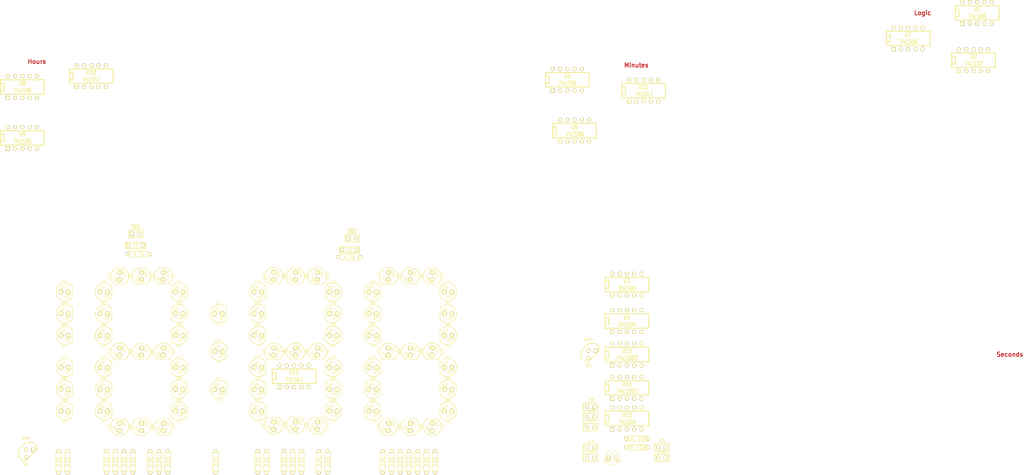
<source format=kicad_pcb>
(kicad_pcb (version 3) (host pcbnew "(2013-07-07 BZR 4022)-stable")
  (layers (15 F.Cu signal) (0 B.Cu signal) (18 B.Paste user) (19 F.Paste user) (20 B.SilkS user) (21 F.SilkS user) (22 B.Mask user) (23 F.Mask user) (28 Edge.Cuts user))
  (net 0 "")
  (net 1 +5V)
  (net 2 /CLK)
  (net 3 "/hour H")
  (net 4 /hour+)
  (net 5 /min+)
  (net 6 GND)
  (net 7 N-000001)
  (net 8 N-0000010)
  (net 9 N-00000100)
  (net 10 N-00000101)
  (net 11 N-00000102)
  (net 12 N-00000103)
  (net 13 N-00000104)
  (net 14 N-00000105)
  (net 15 N-00000106)
  (net 16 N-00000107)
  (net 17 N-00000108)
  (net 18 N-00000109)
  (net 19 N-0000011)
  (net 20 N-00000110)
  (net 21 N-0000012)
  (net 22 N-0000013)
  (net 23 N-0000014)
  (net 24 N-0000016)
  (net 25 N-0000017)
  (net 26 N-0000018)
  (net 27 N-0000019)
  (net 28 N-000002)
  (net 29 N-0000020)
  (net 30 N-0000021)
  (net 31 N-0000022)
  (net 32 N-0000029)
  (net 33 N-000003)
  (net 34 N-0000035)
  (net 35 N-0000039)
  (net 36 N-000004)
  (net 37 N-0000040)
  (net 38 N-0000041)
  (net 39 N-0000042)
  (net 40 N-0000043)
  (net 41 N-0000044)
  (net 42 N-0000045)
  (net 43 N-0000046)
  (net 44 N-0000047)
  (net 45 N-0000048)
  (net 46 N-0000049)
  (net 47 N-0000050)
  (net 48 N-0000051)
  (net 49 N-0000052)
  (net 50 N-0000053)
  (net 51 N-0000055)
  (net 52 N-0000056)
  (net 53 N-0000057)
  (net 54 N-0000058)
  (net 55 N-0000059)
  (net 56 N-0000060)
  (net 57 N-0000061)
  (net 58 N-0000062)
  (net 59 N-0000063)
  (net 60 N-0000064)
  (net 61 N-0000065)
  (net 62 N-0000066)
  (net 63 N-0000067)
  (net 64 N-0000068)
  (net 65 N-0000069)
  (net 66 N-000007)
  (net 67 N-0000070)
  (net 68 N-0000071)
  (net 69 N-0000072)
  (net 70 N-0000073)
  (net 71 N-0000074)
  (net 72 N-0000075)
  (net 73 N-0000076)
  (net 74 N-0000077)
  (net 75 N-0000078)
  (net 76 N-0000079)
  (net 77 N-0000080)
  (net 78 N-0000081)
  (net 79 N-0000082)
  (net 80 N-0000083)
  (net 81 N-000009)
  (net 82 N-0000096)
  (net 83 N-0000099)
  (net 84 VCC)
  (module TO92 (layer F.Cu) (at 274.32 90.932)
    (fp_text reference Q2 (at -1.27 3.81) (layer F.SilkS) (effects (font (size 1.016 1.016) (thickness 0.2032))))
    (fp_text value NPN (at -1.27 -5.08) (layer F.SilkS) (effects (font (size 1.016 1.016) (thickness 0.2032))))
    (pad 1 thru_hole rect (at 1.27 -1.27) (size 1.397 1.397) (drill 0.8128) (layers *.Cu *.Mask F.SilkS) (net 2 /CLK))
    (pad 2 thru_hole circle (at -1.27 -1.27) (size 1.397 1.397) (drill 0.8128) (layers *.Cu *.Mask F.SilkS) (net 35 N-0000039))
    (pad 3 thru_hole circle (at -1.27 1.27) (size 1.397 1.397) (drill 0.8128) (layers *.Cu *.Mask F.SilkS) (net 1 +5V))
  )
  (module TO92 (layer F.Cu) (at 77.724 125.476)
    (fp_text reference Q1 (at -1.27 3.81) (layer F.SilkS) (effects (font (size 1.016 1.016) (thickness 0.2032))))
    (fp_text value NPN (at -1.27 -5.08) (layer F.SilkS) (effects (font (size 1.016 1.016) (thickness 0.2032))))
    (pad 1 thru_hole rect (at 1.27 -1.27) (size 1.397 1.397) (drill 0.8128) (layers *.Cu *.Mask F.SilkS) (net 6 GND))
    (pad 2 thru_hole circle (at -1.27 -1.27) (size 1.397 1.397) (drill 0.8128) (layers *.Cu *.Mask F.SilkS) (net 3 "/hour H"))
    (pad 3 thru_hole circle (at -1.27 1.27) (size 1.397 1.397) (drill 0.8128) (layers *.Cu *.Mask F.SilkS) (net 82 N-0000096))
  )
  (module SIL-2 (layer F.Cu) (at 190.5 50.292)
    (fp_text reference SW2 (at 0 -2.54) (layer F.SilkS) (effects (font (size 1.72974 1.08712) (thickness 0.3048))))
    (fp_text value hour+ hide)
    (pad 1 thru_hole rect (at -1.27 0) (size 1.397 1.397) (drill 0.8128) (layers *.Cu *.Mask F.SilkS) (net 84 VCC))
    (pad 2 thru_hole circle (at 1.27 0) (size 1.397 1.397) (drill 0.8128) (layers *.Cu *.Mask F.SilkS) (net 4 /hour+))
  )
  (module SIL-2 (layer F.Cu) (at 114.808 48.768)
    (fp_text reference SW1 (at 0 -2.54) (layer F.SilkS) (effects (font (size 1.72974 1.08712) (thickness 0.3048))))
    (fp_text value min+ hide)
    (pad 1 thru_hole rect (at -1.27 0) (size 1.397 1.397) (drill 0.8128) (layers *.Cu *.Mask F.SilkS) (net 84 VCC))
    (pad 2 thru_hole circle (at 1.27 0) (size 1.397 1.397) (drill 0.8128) (layers *.Cu *.Mask F.SilkS) (net 45 N-0000048))
  )
  (module R3 (layer F.Cu) (at 107.696 128.524 90)
    (fp_text reference R6 hide)
    (fp_text value 220 (at 0 0.127 90) (layer F.SilkS) (effects (font (size 1.397 1.27) (thickness 0.2032))))
    (pad 1 thru_hole circle (at -3.81 0 90) (size 1.397 1.397) (drill 0.8128) (layers *.Cu *.Mask F.SilkS) (net 1 +5V))
    (pad 2 thru_hole circle (at 3.81 0 90) (size 1.397 1.397) (drill 0.8128) (layers *.Cu *.Mask F.SilkS) (net 67 N-0000070))
  )
  (module R3 (layer F.Cu) (at 207.264 128.524 90)
    (fp_text reference R11 hide)
    (fp_text value 220 (at 0 0.127 90) (layer F.SilkS) (effects (font (size 1.397 1.27) (thickness 0.2032))))
    (pad 1 thru_hole circle (at -3.81 0 90) (size 1.397 1.397) (drill 0.8128) (layers *.Cu *.Mask F.SilkS) (net 1 +5V))
    (pad 2 thru_hole circle (at 3.81 0 90) (size 1.397 1.397) (drill 0.8128) (layers *.Cu *.Mask F.SilkS) (net 62 N-0000066))
  )
  (module R3 (layer F.Cu) (at 169.672 128.524 90)
    (fp_text reference R16 hide)
    (fp_text value 220 (at 0 0.127 90) (layer F.SilkS) (effects (font (size 1.397 1.27) (thickness 0.2032))))
    (pad 1 thru_hole circle (at -3.81 0 90) (size 1.397 1.397) (drill 0.8128) (layers *.Cu *.Mask F.SilkS) (net 1 +5V))
    (pad 2 thru_hole circle (at 3.81 0 90) (size 1.397 1.397) (drill 0.8128) (layers *.Cu *.Mask F.SilkS) (net 70 N-0000073))
  )
  (module R3 (layer F.Cu) (at 113.792 128.524 90)
    (fp_text reference R2 hide)
    (fp_text value 220 (at 0 0.127 90) (layer F.SilkS) (effects (font (size 1.397 1.27) (thickness 0.2032))))
    (pad 1 thru_hole circle (at -3.81 0 90) (size 1.397 1.397) (drill 0.8128) (layers *.Cu *.Mask F.SilkS) (net 1 +5V))
    (pad 2 thru_hole circle (at 3.81 0 90) (size 1.397 1.397) (drill 0.8128) (layers *.Cu *.Mask F.SilkS) (net 65 N-0000069))
  )
  (module R3 (layer F.Cu) (at 181.864 128.524 90)
    (fp_text reference R15 hide)
    (fp_text value 220 (at 0 0.127 90) (layer F.SilkS) (effects (font (size 1.397 1.27) (thickness 0.2032))))
    (pad 1 thru_hole circle (at -3.81 0 90) (size 1.397 1.397) (drill 0.8128) (layers *.Cu *.Mask F.SilkS) (net 1 +5V))
    (pad 2 thru_hole circle (at 3.81 0 90) (size 1.397 1.397) (drill 0.8128) (layers *.Cu *.Mask F.SilkS) (net 55 N-0000059))
  )
  (module R3 (layer F.Cu) (at 110.744 128.524 90)
    (fp_text reference R20 hide)
    (fp_text value 220 (at 0 0.127 90) (layer F.SilkS) (effects (font (size 1.397 1.27) (thickness 0.2032))))
    (pad 1 thru_hole circle (at -3.81 0 90) (size 1.397 1.397) (drill 0.8128) (layers *.Cu *.Mask F.SilkS) (net 1 +5V))
    (pad 2 thru_hole circle (at 3.81 0 90) (size 1.397 1.397) (drill 0.8128) (layers *.Cu *.Mask F.SilkS) (net 49 N-0000052))
  )
  (module R3 (layer F.Cu) (at 160.528 128.524 90)
    (fp_text reference R12 hide)
    (fp_text value 220 (at 0 0.127 90) (layer F.SilkS) (effects (font (size 1.397 1.27) (thickness 0.2032))))
    (pad 1 thru_hole circle (at -3.81 0 90) (size 1.397 1.397) (drill 0.8128) (layers *.Cu *.Mask F.SilkS) (net 1 +5V))
    (pad 2 thru_hole circle (at 3.81 0 90) (size 1.397 1.397) (drill 0.8128) (layers *.Cu *.Mask F.SilkS) (net 69 N-0000072))
  )
  (module R3 (layer F.Cu) (at 201.168 128.524 90)
    (fp_text reference R18 hide)
    (fp_text value 220 (at 0 0.127 90) (layer F.SilkS) (effects (font (size 1.397 1.27) (thickness 0.2032))))
    (pad 1 thru_hole circle (at -3.81 0 90) (size 1.397 1.397) (drill 0.8128) (layers *.Cu *.Mask F.SilkS) (net 1 +5V))
    (pad 2 thru_hole circle (at 3.81 0 90) (size 1.397 1.397) (drill 0.8128) (layers *.Cu *.Mask F.SilkS) (net 56 N-0000060))
  )
  (module R3 (layer F.Cu) (at 104.648 128.524 90)
    (fp_text reference R17 hide)
    (fp_text value 220 (at 0 0.127 90) (layer F.SilkS) (effects (font (size 1.397 1.27) (thickness 0.2032))))
    (pad 1 thru_hole circle (at -3.81 0 90) (size 1.397 1.397) (drill 0.8128) (layers *.Cu *.Mask F.SilkS) (net 1 +5V))
    (pad 2 thru_hole circle (at 3.81 0 90) (size 1.397 1.397) (drill 0.8128) (layers *.Cu *.Mask F.SilkS) (net 48 N-0000051))
  )
  (module R3 (layer F.Cu) (at 122.936 128.524 90)
    (fp_text reference R24 hide)
    (fp_text value 220 (at 0 0.127 90) (layer F.SilkS) (effects (font (size 1.397 1.27) (thickness 0.2032))))
    (pad 1 thru_hole circle (at -3.81 0 90) (size 1.397 1.397) (drill 0.8128) (layers *.Cu *.Mask F.SilkS) (net 1 +5V))
    (pad 2 thru_hole circle (at 3.81 0 90) (size 1.397 1.397) (drill 0.8128) (layers *.Cu *.Mask F.SilkS) (net 41 N-0000044))
  )
  (module R3 (layer F.Cu) (at 210.312 128.524 90)
    (fp_text reference R21 hide)
    (fp_text value 220 (at 0 0.127 90) (layer F.SilkS) (effects (font (size 1.397 1.27) (thickness 0.2032))))
    (pad 1 thru_hole circle (at -3.81 0 90) (size 1.397 1.397) (drill 0.8128) (layers *.Cu *.Mask F.SilkS) (net 1 +5V))
    (pad 2 thru_hole circle (at 3.81 0 90) (size 1.397 1.397) (drill 0.8128) (layers *.Cu *.Mask F.SilkS) (net 54 N-0000058))
  )
  (module R3 (layer F.Cu) (at 157.48 128.524 90)
    (fp_text reference R9 hide)
    (fp_text value 220 (at 0 0.127 90) (layer F.SilkS) (effects (font (size 1.397 1.27) (thickness 0.2032))))
    (pad 1 thru_hole circle (at -3.81 0 90) (size 1.397 1.397) (drill 0.8128) (layers *.Cu *.Mask F.SilkS) (net 1 +5V))
    (pad 2 thru_hole circle (at 3.81 0 90) (size 1.397 1.397) (drill 0.8128) (layers *.Cu *.Mask F.SilkS) (net 68 N-0000071))
  )
  (module R3 (layer F.Cu) (at 119.888 128.524 90)
    (fp_text reference R14 hide)
    (fp_text value 220 (at 0 0.127 90) (layer F.SilkS) (effects (font (size 1.397 1.27) (thickness 0.2032))))
    (pad 1 thru_hole circle (at -3.81 0 90) (size 1.397 1.397) (drill 0.8128) (layers *.Cu *.Mask F.SilkS) (net 1 +5V))
    (pad 2 thru_hole circle (at 3.81 0 90) (size 1.397 1.397) (drill 0.8128) (layers *.Cu *.Mask F.SilkS) (net 47 N-0000050))
  )
  (module R3 (layer F.Cu) (at 219.456 128.524 90)
    (fp_text reference R26 hide)
    (fp_text value 220 (at 0 0.127 90) (layer F.SilkS) (effects (font (size 1.397 1.27) (thickness 0.2032))))
    (pad 1 thru_hole circle (at -3.81 0 90) (size 1.397 1.397) (drill 0.8128) (layers *.Cu *.Mask F.SilkS) (net 1 +5V))
    (pad 2 thru_hole circle (at 3.81 0 90) (size 1.397 1.397) (drill 0.8128) (layers *.Cu *.Mask F.SilkS) (net 57 N-0000061))
  )
  (module R3 (layer F.Cu) (at 125.984 128.524 90)
    (fp_text reference R10 hide)
    (fp_text value 220 (at 0 0.127 90) (layer F.SilkS) (effects (font (size 1.397 1.27) (thickness 0.2032))))
    (pad 1 thru_hole circle (at -3.81 0 90) (size 1.397 1.397) (drill 0.8128) (layers *.Cu *.Mask F.SilkS) (net 1 +5V))
    (pad 2 thru_hole circle (at 3.81 0 90) (size 1.397 1.397) (drill 0.8128) (layers *.Cu *.Mask F.SilkS) (net 46 N-0000049))
  )
  (module R3 (layer F.Cu) (at 166.624 128.524 90)
    (fp_text reference R5 hide)
    (fp_text value 220 (at 0 0.127 90) (layer F.SilkS) (effects (font (size 1.397 1.27) (thickness 0.2032))))
    (pad 1 thru_hole circle (at -3.81 0 90) (size 1.397 1.397) (drill 0.8128) (layers *.Cu *.Mask F.SilkS) (net 1 +5V))
    (pad 2 thru_hole circle (at 3.81 0 90) (size 1.397 1.397) (drill 0.8128) (layers *.Cu *.Mask F.SilkS) (net 58 N-0000062))
  )
  (module R3 (layer F.Cu) (at 204.216 128.524 90)
    (fp_text reference R8 hide)
    (fp_text value 220 (at 0 0.127 90) (layer F.SilkS) (effects (font (size 1.397 1.27) (thickness 0.2032))))
    (pad 1 thru_hole circle (at -3.81 0 90) (size 1.397 1.397) (drill 0.8128) (layers *.Cu *.Mask F.SilkS) (net 1 +5V))
    (pad 2 thru_hole circle (at 3.81 0 90) (size 1.397 1.397) (drill 0.8128) (layers *.Cu *.Mask F.SilkS) (net 61 N-0000065))
  )
  (module R3 (layer F.Cu) (at 290.068 120.396)
    (fp_text reference R28 hide)
    (fp_text value "Rext 200k" (at 0 0) (layer F.SilkS) (effects (font (size 1.397 1.27) (thickness 0.2032))))
    (pad 1 thru_hole circle (at -3.81 0) (size 1.397 1.397) (drill 0.8128) (layers *.Cu *.Mask F.SilkS) (net 51 N-0000055))
    (pad 2 thru_hole circle (at 3.81 0) (size 1.397 1.397) (drill 0.8128) (layers *.Cu *.Mask F.SilkS) (net 29 N-0000020))
  )
  (module R3 (layer F.Cu) (at 189.484 56.896)
    (fp_text reference R13 hide)
    (fp_text value 4.7k (at 0 0.127) (layer F.SilkS) (effects (font (size 1.397 1.27) (thickness 0.2032))))
    (pad 1 thru_hole circle (at -3.81 0) (size 1.397 1.397) (drill 0.8128) (layers *.Cu *.Mask F.SilkS) (net 6 GND))
    (pad 2 thru_hole circle (at 3.81 0) (size 1.397 1.397) (drill 0.8128) (layers *.Cu *.Mask F.SilkS) (net 4 /hour+))
  )
  (module R3 (layer F.Cu) (at 90.932 128.524 90)
    (fp_text reference R3 hide)
    (fp_text value 220 (at 0 0.127 90) (layer F.SilkS) (effects (font (size 1.397 1.27) (thickness 0.2032))))
    (pad 1 thru_hole circle (at -3.81 0 90) (size 1.397 1.397) (drill 0.8128) (layers *.Cu *.Mask F.SilkS) (net 1 +5V))
    (pad 2 thru_hole circle (at 3.81 0 90) (size 1.397 1.397) (drill 0.8128) (layers *.Cu *.Mask F.SilkS) (net 42 N-0000045))
  )
  (module R3 (layer F.Cu) (at 216.408 128.524 90)
    (fp_text reference R4 hide)
    (fp_text value 220 (at 0 0.127 90) (layer F.SilkS) (effects (font (size 1.397 1.27) (thickness 0.2032))))
    (pad 1 thru_hole circle (at -3.81 0 90) (size 1.397 1.397) (drill 0.8128) (layers *.Cu *.Mask F.SilkS) (net 1 +5V))
    (pad 2 thru_hole circle (at 3.81 0 90) (size 1.397 1.397) (drill 0.8128) (layers *.Cu *.Mask F.SilkS) (net 60 N-0000064))
  )
  (module R3 (layer F.Cu) (at 213.36 128.524 90)
    (fp_text reference R19 hide)
    (fp_text value 220 (at 0 0.127 90) (layer F.SilkS) (effects (font (size 1.397 1.27) (thickness 0.2032))))
    (pad 1 thru_hole circle (at -3.81 0 90) (size 1.397 1.397) (drill 0.8128) (layers *.Cu *.Mask F.SilkS) (net 1 +5V))
    (pad 2 thru_hole circle (at 3.81 0 90) (size 1.397 1.397) (drill 0.8128) (layers *.Cu *.Mask F.SilkS) (net 71 N-0000074))
  )
  (module R3 (layer F.Cu) (at 115.824 55.88)
    (fp_text reference R1 hide)
    (fp_text value 4.7k (at 0 0) (layer F.SilkS) (effects (font (size 1.397 1.27) (thickness 0.2032))))
    (pad 1 thru_hole circle (at -3.81 0) (size 1.397 1.397) (drill 0.8128) (layers *.Cu *.Mask F.SilkS) (net 6 GND))
    (pad 2 thru_hole circle (at 3.81 0) (size 1.397 1.397) (drill 0.8128) (layers *.Cu *.Mask F.SilkS) (net 5 /min+))
  )
  (module R3 (layer F.Cu) (at 172.72 128.524 90)
    (fp_text reference R27 hide)
    (fp_text value 220 (at 0 0.127 90) (layer F.SilkS) (effects (font (size 1.397 1.27) (thickness 0.2032))))
    (pad 1 thru_hole circle (at -3.81 0 90) (size 1.397 1.397) (drill 0.8128) (layers *.Cu *.Mask F.SilkS) (net 1 +5V))
    (pad 2 thru_hole circle (at 3.81 0 90) (size 1.397 1.397) (drill 0.8128) (layers *.Cu *.Mask F.SilkS) (net 64 N-0000068))
  )
  (module R3 (layer F.Cu) (at 142.748 128.524 90)
    (fp_text reference R23 hide)
    (fp_text value 220 (at 0 0.127 90) (layer F.SilkS) (effects (font (size 1.397 1.27) (thickness 0.2032))))
    (pad 1 thru_hole circle (at -3.81 0 90) (size 1.397 1.397) (drill 0.8128) (layers *.Cu *.Mask F.SilkS) (net 1 +5V))
    (pad 2 thru_hole circle (at 3.81 0 90) (size 1.397 1.397) (drill 0.8128) (layers *.Cu *.Mask F.SilkS) (net 44 N-0000047))
  )
  (module R3 (layer F.Cu) (at 290.068 123.444 180)
    (fp_text reference R25 hide)
    (fp_text value "Rf 10M" (at 0 0 180) (layer F.SilkS) (effects (font (size 1.397 1.27) (thickness 0.2032))))
    (pad 1 thru_hole circle (at -3.81 0 180) (size 1.397 1.397) (drill 0.8128) (layers *.Cu *.Mask F.SilkS) (net 29 N-0000020))
    (pad 2 thru_hole circle (at 3.81 0 180) (size 1.397 1.397) (drill 0.8128) (layers *.Cu *.Mask F.SilkS) (net 27 N-0000019))
  )
  (module R3 (layer F.Cu) (at 87.884 128.524 90)
    (fp_text reference R7 hide)
    (fp_text value 220 (at 0 0.127 90) (layer F.SilkS) (effects (font (size 1.397 1.27) (thickness 0.2032))))
    (pad 1 thru_hole circle (at -3.81 0 90) (size 1.397 1.397) (drill 0.8128) (layers *.Cu *.Mask F.SilkS) (net 1 +5V))
    (pad 2 thru_hole circle (at 3.81 0 90) (size 1.397 1.397) (drill 0.8128) (layers *.Cu *.Mask F.SilkS) (net 43 N-0000046))
  )
  (module R3 (layer F.Cu) (at 178.816 128.524 90)
    (fp_text reference R22 hide)
    (fp_text value 220 (at 0 0.127 90) (layer F.SilkS) (effects (font (size 1.397 1.27) (thickness 0.2032))))
    (pad 1 thru_hole circle (at -3.81 0 90) (size 1.397 1.397) (drill 0.8128) (layers *.Cu *.Mask F.SilkS) (net 1 +5V))
    (pad 2 thru_hole circle (at 3.81 0 90) (size 1.397 1.397) (drill 0.8128) (layers *.Cu *.Mask F.SilkS) (net 63 N-0000067))
  )
  (module LED-5MM (layer F.Cu) (at 130.048 84.328 180)
    (fp_text reference D21 (at 0 -3.81 180) (layer F.SilkS) (effects (font (size 0.762 0.762) (thickness 0.0889))))
    (fp_text value LED (at 0 3.81 180) (layer F.SilkS) (effects (font (size 0.762 0.762) (thickness 0.0889))))
    (pad 1 thru_hole circle (at -1.27 0 180) (size 1.6764 1.6764) (drill 0.8128) (layers *.Cu *.Mask F.SilkS) (net 67 N-0000070))
    (pad 2 thru_hole circle (at 1.27 0 180) (size 1.6764 1.6764) (drill 0.8128) (layers *.Cu *.Mask F.SilkS) (net 17 N-00000108))
  )
  (module LED-5MM (layer F.Cu) (at 130.048 95.504 180)
    (fp_text reference D31 (at 0 -3.81 180) (layer F.SilkS) (effects (font (size 0.762 0.762) (thickness 0.0889))))
    (fp_text value LED (at 0 3.81 180) (layer F.SilkS) (effects (font (size 0.762 0.762) (thickness 0.0889))))
    (pad 1 thru_hole circle (at -1.27 0 180) (size 1.6764 1.6764) (drill 0.8128) (layers *.Cu *.Mask F.SilkS) (net 46 N-0000049))
    (pad 2 thru_hole circle (at 1.27 0 180) (size 1.6764 1.6764) (drill 0.8128) (layers *.Cu *.Mask F.SilkS) (net 18 N-00000109))
  )
  (module LED-5MM (layer F.Cu) (at 130.048 103.124 180)
    (fp_text reference D28 (at 0 -3.81 180) (layer F.SilkS) (effects (font (size 0.762 0.762) (thickness 0.0889))))
    (fp_text value LED (at 0 3.81 180) (layer F.SilkS) (effects (font (size 0.762 0.762) (thickness 0.0889))))
    (pad 1 thru_hole circle (at -1.27 0 180) (size 1.6764 1.6764) (drill 0.8128) (layers *.Cu *.Mask F.SilkS) (net 46 N-0000049))
    (pad 2 thru_hole circle (at 1.27 0 180) (size 1.6764 1.6764) (drill 0.8128) (layers *.Cu *.Mask F.SilkS) (net 18 N-00000109))
  )
  (module LED-5MM (layer F.Cu) (at 130.048 110.744 180)
    (fp_text reference D25 (at 0 -3.81 180) (layer F.SilkS) (effects (font (size 0.762 0.762) (thickness 0.0889))))
    (fp_text value LED (at 0 3.81 180) (layer F.SilkS) (effects (font (size 0.762 0.762) (thickness 0.0889))))
    (pad 1 thru_hole circle (at -1.27 0 180) (size 1.6764 1.6764) (drill 0.8128) (layers *.Cu *.Mask F.SilkS) (net 46 N-0000049))
    (pad 2 thru_hole circle (at 1.27 0 180) (size 1.6764 1.6764) (drill 0.8128) (layers *.Cu *.Mask F.SilkS) (net 18 N-00000109))
  )
  (module LED-5MM (layer F.Cu) (at 170.688 63.5 270)
    (fp_text reference D69 (at 0 -3.81 270) (layer F.SilkS) (effects (font (size 0.762 0.762) (thickness 0.0889))))
    (fp_text value LED (at 0 3.81 270) (layer F.SilkS) (effects (font (size 0.762 0.762) (thickness 0.0889))))
    (pad 1 thru_hole circle (at -1.27 0 270) (size 1.6764 1.6764) (drill 0.8128) (layers *.Cu *.Mask F.SilkS) (net 64 N-0000068))
    (pad 2 thru_hole circle (at 1.27 0 270) (size 1.6764 1.6764) (drill 0.8128) (layers *.Cu *.Mask F.SilkS) (net 9 N-00000100))
  )
  (module LED-5MM (layer F.Cu) (at 124.46 63.5 270)
    (fp_text reference D9 (at 0 -3.81 270) (layer F.SilkS) (effects (font (size 0.762 0.762) (thickness 0.0889))))
    (fp_text value LED (at 0 3.81 270) (layer F.SilkS) (effects (font (size 0.762 0.762) (thickness 0.0889))))
    (pad 1 thru_hole circle (at -1.27 0 270) (size 1.6764 1.6764) (drill 0.8128) (layers *.Cu *.Mask F.SilkS) (net 65 N-0000069))
    (pad 2 thru_hole circle (at 1.27 0 270) (size 1.6764 1.6764) (drill 0.8128) (layers *.Cu *.Mask F.SilkS) (net 10 N-00000101))
  )
  (module LED-5MM (layer F.Cu) (at 178.308 63.5 270)
    (fp_text reference D72 (at 0 -3.81 270) (layer F.SilkS) (effects (font (size 0.762 0.762) (thickness 0.0889))))
    (fp_text value LED (at 0 3.81 270) (layer F.SilkS) (effects (font (size 0.762 0.762) (thickness 0.0889))))
    (pad 1 thru_hole circle (at -1.27 0 270) (size 1.6764 1.6764) (drill 0.8128) (layers *.Cu *.Mask F.SilkS) (net 64 N-0000068))
    (pad 2 thru_hole circle (at 1.27 0 270) (size 1.6764 1.6764) (drill 0.8128) (layers *.Cu *.Mask F.SilkS) (net 9 N-00000100))
  )
  (module LED-5MM (layer F.Cu) (at 130.048 76.708 180)
    (fp_text reference D17 (at 0 -3.81 180) (layer F.SilkS) (effects (font (size 0.762 0.762) (thickness 0.0889))))
    (fp_text value LED (at 0 3.81 180) (layer F.SilkS) (effects (font (size 0.762 0.762) (thickness 0.0889))))
    (pad 1 thru_hole circle (at -1.27 0 180) (size 1.6764 1.6764) (drill 0.8128) (layers *.Cu *.Mask F.SilkS) (net 67 N-0000070))
    (pad 2 thru_hole circle (at 1.27 0 180) (size 1.6764 1.6764) (drill 0.8128) (layers *.Cu *.Mask F.SilkS) (net 17 N-00000108))
  )
  (module LED-5MM (layer F.Cu) (at 130.048 69.088 180)
    (fp_text reference D13 (at 0 -3.81 180) (layer F.SilkS) (effects (font (size 0.762 0.762) (thickness 0.0889))))
    (fp_text value LED (at 0 3.81 180) (layer F.SilkS) (effects (font (size 0.762 0.762) (thickness 0.0889))))
    (pad 1 thru_hole circle (at -1.27 0 180) (size 1.6764 1.6764) (drill 0.8128) (layers *.Cu *.Mask F.SilkS) (net 67 N-0000070))
    (pad 2 thru_hole circle (at 1.27 0 180) (size 1.6764 1.6764) (drill 0.8128) (layers *.Cu *.Mask F.SilkS) (net 17 N-00000108))
  )
  (module LED-5MM (layer F.Cu) (at 116.84 63.5 270)
    (fp_text reference D1 (at 0 -3.81 270) (layer F.SilkS) (effects (font (size 0.762 0.762) (thickness 0.0889))))
    (fp_text value LED (at 0 3.81 270) (layer F.SilkS) (effects (font (size 0.762 0.762) (thickness 0.0889))))
    (pad 1 thru_hole circle (at -1.27 0 270) (size 1.6764 1.6764) (drill 0.8128) (layers *.Cu *.Mask F.SilkS) (net 65 N-0000069))
    (pad 2 thru_hole circle (at 1.27 0 270) (size 1.6764 1.6764) (drill 0.8128) (layers *.Cu *.Mask F.SilkS) (net 10 N-00000101))
  )
  (module LED-5MM (layer F.Cu) (at 109.22 63.5 270)
    (fp_text reference D5 (at 0 -3.81 270) (layer F.SilkS) (effects (font (size 0.762 0.762) (thickness 0.0889))))
    (fp_text value LED (at 0 3.81 270) (layer F.SilkS) (effects (font (size 0.762 0.762) (thickness 0.0889))))
    (pad 1 thru_hole circle (at -1.27 0 270) (size 1.6764 1.6764) (drill 0.8128) (layers *.Cu *.Mask F.SilkS) (net 65 N-0000069))
    (pad 2 thru_hole circle (at 1.27 0 270) (size 1.6764 1.6764) (drill 0.8128) (layers *.Cu *.Mask F.SilkS) (net 10 N-00000101))
  )
  (module LED-5MM (layer F.Cu) (at 103.632 84.328)
    (fp_text reference D52 (at 0 -3.81) (layer F.SilkS) (effects (font (size 0.762 0.762) (thickness 0.0889))))
    (fp_text value LED (at 0 3.81) (layer F.SilkS) (effects (font (size 0.762 0.762) (thickness 0.0889))))
    (pad 1 thru_hole circle (at -1.27 0) (size 1.6764 1.6764) (drill 0.8128) (layers *.Cu *.Mask F.SilkS) (net 49 N-0000052))
    (pad 2 thru_hole circle (at 1.27 0) (size 1.6764 1.6764) (drill 0.8128) (layers *.Cu *.Mask F.SilkS) (net 15 N-00000106))
  )
  (module LED-5MM (layer F.Cu) (at 116.84 89.916 270)
    (fp_text reference D67 (at 0 -3.81 270) (layer F.SilkS) (effects (font (size 0.762 0.762) (thickness 0.0889))))
    (fp_text value LED (at 0 3.81 270) (layer F.SilkS) (effects (font (size 0.762 0.762) (thickness 0.0889))))
    (pad 1 thru_hole circle (at -1.27 0 270) (size 1.6764 1.6764) (drill 0.8128) (layers *.Cu *.Mask F.SilkS) (net 41 N-0000044))
    (pad 2 thru_hole circle (at 1.27 0 270) (size 1.6764 1.6764) (drill 0.8128) (layers *.Cu *.Mask F.SilkS) (net 16 N-00000107))
  )
  (module LED-5MM (layer F.Cu) (at 143.764 76.708)
    (fp_text reference D55 (at 0 -3.81) (layer F.SilkS) (effects (font (size 0.762 0.762) (thickness 0.0889))))
    (fp_text value LED (at 0 3.81) (layer F.SilkS) (effects (font (size 0.762 0.762) (thickness 0.0889))))
    (pad 1 thru_hole circle (at -1.27 0) (size 1.6764 1.6764) (drill 0.8128) (layers *.Cu *.Mask F.SilkS) (net 44 N-0000047))
    (pad 2 thru_hole circle (at 1.27 0) (size 1.6764 1.6764) (drill 0.8128) (layers *.Cu *.Mask F.SilkS) (net 6 GND))
  )
  (module LED-5MM (layer F.Cu) (at 143.764 89.916)
    (fp_text reference D56 (at 0 -3.81) (layer F.SilkS) (effects (font (size 0.762 0.762) (thickness 0.0889))))
    (fp_text value LED (at 0 3.81) (layer F.SilkS) (effects (font (size 0.762 0.762) (thickness 0.0889))))
    (pad 1 thru_hole circle (at -1.27 0) (size 1.6764 1.6764) (drill 0.8128) (layers *.Cu *.Mask F.SilkS) (net 44 N-0000047))
    (pad 2 thru_hole circle (at 1.27 0) (size 1.6764 1.6764) (drill 0.8128) (layers *.Cu *.Mask F.SilkS) (net 6 GND))
  )
  (module LED-5MM (layer F.Cu) (at 143.764 103.124)
    (fp_text reference D57 (at 0 -3.81) (layer F.SilkS) (effects (font (size 0.762 0.762) (thickness 0.0889))))
    (fp_text value LED (at 0 3.81) (layer F.SilkS) (effects (font (size 0.762 0.762) (thickness 0.0889))))
    (pad 1 thru_hole circle (at -1.27 0) (size 1.6764 1.6764) (drill 0.8128) (layers *.Cu *.Mask F.SilkS) (net 44 N-0000047))
    (pad 2 thru_hole circle (at 1.27 0) (size 1.6764 1.6764) (drill 0.8128) (layers *.Cu *.Mask F.SilkS) (net 6 GND))
  )
  (module LED-5MM (layer F.Cu) (at 89.916 69.088)
    (fp_text reference D22 (at 0 -3.81) (layer F.SilkS) (effects (font (size 0.762 0.762) (thickness 0.0889))))
    (fp_text value LED (at 0 3.81) (layer F.SilkS) (effects (font (size 0.762 0.762) (thickness 0.0889))))
    (pad 1 thru_hole circle (at -1.27 0) (size 1.6764 1.6764) (drill 0.8128) (layers *.Cu *.Mask F.SilkS) (net 43 N-0000046))
    (pad 2 thru_hole circle (at 1.27 0) (size 1.6764 1.6764) (drill 0.8128) (layers *.Cu *.Mask F.SilkS) (net 82 N-0000096))
  )
  (module LED-5MM (layer F.Cu) (at 89.916 84.328)
    (fp_text reference D18 (at 0 -3.81) (layer F.SilkS) (effects (font (size 0.762 0.762) (thickness 0.0889))))
    (fp_text value LED (at 0 3.81) (layer F.SilkS) (effects (font (size 0.762 0.762) (thickness 0.0889))))
    (pad 1 thru_hole circle (at -1.27 0) (size 1.6764 1.6764) (drill 0.8128) (layers *.Cu *.Mask F.SilkS) (net 43 N-0000046))
    (pad 2 thru_hole circle (at 1.27 0) (size 1.6764 1.6764) (drill 0.8128) (layers *.Cu *.Mask F.SilkS) (net 82 N-0000096))
  )
  (module LED-5MM (layer F.Cu) (at 89.916 76.708)
    (fp_text reference D14 (at 0 -3.81) (layer F.SilkS) (effects (font (size 0.762 0.762) (thickness 0.0889))))
    (fp_text value LED (at 0 3.81) (layer F.SilkS) (effects (font (size 0.762 0.762) (thickness 0.0889))))
    (pad 1 thru_hole circle (at -1.27 0) (size 1.6764 1.6764) (drill 0.8128) (layers *.Cu *.Mask F.SilkS) (net 43 N-0000046))
    (pad 2 thru_hole circle (at 1.27 0) (size 1.6764 1.6764) (drill 0.8128) (layers *.Cu *.Mask F.SilkS) (net 82 N-0000096))
  )
  (module LED-5MM (layer F.Cu) (at 89.916 110.744)
    (fp_text reference D10 (at 0 -3.81) (layer F.SilkS) (effects (font (size 0.762 0.762) (thickness 0.0889))))
    (fp_text value LED (at 0 3.81) (layer F.SilkS) (effects (font (size 0.762 0.762) (thickness 0.0889))))
    (pad 1 thru_hole circle (at -1.27 0) (size 1.6764 1.6764) (drill 0.8128) (layers *.Cu *.Mask F.SilkS) (net 42 N-0000045))
    (pad 2 thru_hole circle (at 1.27 0) (size 1.6764 1.6764) (drill 0.8128) (layers *.Cu *.Mask F.SilkS) (net 82 N-0000096))
  )
  (module LED-5MM (layer F.Cu) (at 89.916 103.124)
    (fp_text reference D6 (at 0 -3.81) (layer F.SilkS) (effects (font (size 0.762 0.762) (thickness 0.0889))))
    (fp_text value LED (at 0 3.81) (layer F.SilkS) (effects (font (size 0.762 0.762) (thickness 0.0889))))
    (pad 1 thru_hole circle (at -1.27 0) (size 1.6764 1.6764) (drill 0.8128) (layers *.Cu *.Mask F.SilkS) (net 42 N-0000045))
    (pad 2 thru_hole circle (at 1.27 0) (size 1.6764 1.6764) (drill 0.8128) (layers *.Cu *.Mask F.SilkS) (net 82 N-0000096))
  )
  (module LED-5MM (layer F.Cu) (at 89.916 95.504)
    (fp_text reference D2 (at 0 -3.81) (layer F.SilkS) (effects (font (size 0.762 0.762) (thickness 0.0889))))
    (fp_text value LED (at 0 3.81) (layer F.SilkS) (effects (font (size 0.762 0.762) (thickness 0.0889))))
    (pad 1 thru_hole circle (at -1.27 0) (size 1.6764 1.6764) (drill 0.8128) (layers *.Cu *.Mask F.SilkS) (net 42 N-0000045))
    (pad 2 thru_hole circle (at 1.27 0) (size 1.6764 1.6764) (drill 0.8128) (layers *.Cu *.Mask F.SilkS) (net 82 N-0000096))
  )
  (module LED-5MM (layer F.Cu) (at 109.22 89.916 270)
    (fp_text reference D70 (at 0 -3.81 270) (layer F.SilkS) (effects (font (size 0.762 0.762) (thickness 0.0889))))
    (fp_text value LED (at 0 3.81 270) (layer F.SilkS) (effects (font (size 0.762 0.762) (thickness 0.0889))))
    (pad 1 thru_hole circle (at -1.27 0 270) (size 1.6764 1.6764) (drill 0.8128) (layers *.Cu *.Mask F.SilkS) (net 41 N-0000044))
    (pad 2 thru_hole circle (at 1.27 0 270) (size 1.6764 1.6764) (drill 0.8128) (layers *.Cu *.Mask F.SilkS) (net 16 N-00000107))
  )
  (module LED-5MM (layer F.Cu) (at 124.46 116.332 90)
    (fp_text reference D34 (at 0 -3.81 90) (layer F.SilkS) (effects (font (size 0.762 0.762) (thickness 0.0889))))
    (fp_text value LED (at 0 3.81 90) (layer F.SilkS) (effects (font (size 0.762 0.762) (thickness 0.0889))))
    (pad 1 thru_hole circle (at -1.27 0 90) (size 1.6764 1.6764) (drill 0.8128) (layers *.Cu *.Mask F.SilkS) (net 47 N-0000050))
    (pad 2 thru_hole circle (at 1.27 0 90) (size 1.6764 1.6764) (drill 0.8128) (layers *.Cu *.Mask F.SilkS) (net 20 N-00000110))
  )
  (module LED-5MM (layer F.Cu) (at 124.46 89.916 270)
    (fp_text reference D64 (at 0 -3.81 270) (layer F.SilkS) (effects (font (size 0.762 0.762) (thickness 0.0889))))
    (fp_text value LED (at 0 3.81 270) (layer F.SilkS) (effects (font (size 0.762 0.762) (thickness 0.0889))))
    (pad 1 thru_hole circle (at -1.27 0 270) (size 1.6764 1.6764) (drill 0.8128) (layers *.Cu *.Mask F.SilkS) (net 41 N-0000044))
    (pad 2 thru_hole circle (at 1.27 0 270) (size 1.6764 1.6764) (drill 0.8128) (layers *.Cu *.Mask F.SilkS) (net 16 N-00000107))
  )
  (module LED-5MM (layer F.Cu) (at 103.632 76.708)
    (fp_text reference D61 (at 0 -3.81) (layer F.SilkS) (effects (font (size 0.762 0.762) (thickness 0.0889))))
    (fp_text value LED (at 0 3.81) (layer F.SilkS) (effects (font (size 0.762 0.762) (thickness 0.0889))))
    (pad 1 thru_hole circle (at -1.27 0) (size 1.6764 1.6764) (drill 0.8128) (layers *.Cu *.Mask F.SilkS) (net 49 N-0000052))
    (pad 2 thru_hole circle (at 1.27 0) (size 1.6764 1.6764) (drill 0.8128) (layers *.Cu *.Mask F.SilkS) (net 15 N-00000106))
  )
  (module LED-5MM (layer F.Cu) (at 103.632 69.088)
    (fp_text reference D58 (at 0 -3.81) (layer F.SilkS) (effects (font (size 0.762 0.762) (thickness 0.0889))))
    (fp_text value LED (at 0 3.81) (layer F.SilkS) (effects (font (size 0.762 0.762) (thickness 0.0889))))
    (pad 1 thru_hole circle (at -1.27 0) (size 1.6764 1.6764) (drill 0.8128) (layers *.Cu *.Mask F.SilkS) (net 49 N-0000052))
    (pad 2 thru_hole circle (at 1.27 0) (size 1.6764 1.6764) (drill 0.8128) (layers *.Cu *.Mask F.SilkS) (net 15 N-00000106))
  )
  (module LED-5MM (layer F.Cu) (at 163.068 63.5 270)
    (fp_text reference D66 (at 0 -3.81 270) (layer F.SilkS) (effects (font (size 0.762 0.762) (thickness 0.0889))))
    (fp_text value LED (at 0 3.81 270) (layer F.SilkS) (effects (font (size 0.762 0.762) (thickness 0.0889))))
    (pad 1 thru_hole circle (at -1.27 0 270) (size 1.6764 1.6764) (drill 0.8128) (layers *.Cu *.Mask F.SilkS) (net 64 N-0000068))
    (pad 2 thru_hole circle (at 1.27 0 270) (size 1.6764 1.6764) (drill 0.8128) (layers *.Cu *.Mask F.SilkS) (net 9 N-00000100))
  )
  (module LED-5MM (layer F.Cu) (at 103.632 95.504)
    (fp_text reference D49 (at 0 -3.81) (layer F.SilkS) (effects (font (size 0.762 0.762) (thickness 0.0889))))
    (fp_text value LED (at 0 3.81) (layer F.SilkS) (effects (font (size 0.762 0.762) (thickness 0.0889))))
    (pad 1 thru_hole circle (at -1.27 0) (size 1.6764 1.6764) (drill 0.8128) (layers *.Cu *.Mask F.SilkS) (net 48 N-0000051))
    (pad 2 thru_hole circle (at 1.27 0) (size 1.6764 1.6764) (drill 0.8128) (layers *.Cu *.Mask F.SilkS) (net 14 N-00000105))
  )
  (module LED-5MM (layer F.Cu) (at 103.632 103.124)
    (fp_text reference D46 (at 0 -3.81) (layer F.SilkS) (effects (font (size 0.762 0.762) (thickness 0.0889))))
    (fp_text value LED (at 0 3.81) (layer F.SilkS) (effects (font (size 0.762 0.762) (thickness 0.0889))))
    (pad 1 thru_hole circle (at -1.27 0) (size 1.6764 1.6764) (drill 0.8128) (layers *.Cu *.Mask F.SilkS) (net 48 N-0000051))
    (pad 2 thru_hole circle (at 1.27 0) (size 1.6764 1.6764) (drill 0.8128) (layers *.Cu *.Mask F.SilkS) (net 14 N-00000105))
  )
  (module LED-5MM (layer F.Cu) (at 103.632 110.744)
    (fp_text reference D43 (at 0 -3.81) (layer F.SilkS) (effects (font (size 0.762 0.762) (thickness 0.0889))))
    (fp_text value LED (at 0 3.81) (layer F.SilkS) (effects (font (size 0.762 0.762) (thickness 0.0889))))
    (pad 1 thru_hole circle (at -1.27 0) (size 1.6764 1.6764) (drill 0.8128) (layers *.Cu *.Mask F.SilkS) (net 48 N-0000051))
    (pad 2 thru_hole circle (at 1.27 0) (size 1.6764 1.6764) (drill 0.8128) (layers *.Cu *.Mask F.SilkS) (net 14 N-00000105))
  )
  (module LED-5MM (layer F.Cu) (at 109.22 116.332 90)
    (fp_text reference D40 (at 0 -3.81 90) (layer F.SilkS) (effects (font (size 0.762 0.762) (thickness 0.0889))))
    (fp_text value LED (at 0 3.81 90) (layer F.SilkS) (effects (font (size 0.762 0.762) (thickness 0.0889))))
    (pad 1 thru_hole circle (at -1.27 0 90) (size 1.6764 1.6764) (drill 0.8128) (layers *.Cu *.Mask F.SilkS) (net 47 N-0000050))
    (pad 2 thru_hole circle (at 1.27 0 90) (size 1.6764 1.6764) (drill 0.8128) (layers *.Cu *.Mask F.SilkS) (net 20 N-00000110))
  )
  (module LED-5MM (layer F.Cu) (at 116.84 116.332 90)
    (fp_text reference D37 (at 0 -3.81 90) (layer F.SilkS) (effects (font (size 0.762 0.762) (thickness 0.0889))))
    (fp_text value LED (at 0 3.81 90) (layer F.SilkS) (effects (font (size 0.762 0.762) (thickness 0.0889))))
    (pad 1 thru_hole circle (at -1.27 0 90) (size 1.6764 1.6764) (drill 0.8128) (layers *.Cu *.Mask F.SilkS) (net 47 N-0000050))
    (pad 2 thru_hole circle (at 1.27 0 90) (size 1.6764 1.6764) (drill 0.8128) (layers *.Cu *.Mask F.SilkS) (net 20 N-00000110))
  )
  (module LED-5MM (layer F.Cu) (at 183.896 103.124 180)
    (fp_text reference D35 (at 0 -3.81 180) (layer F.SilkS) (effects (font (size 0.762 0.762) (thickness 0.0889))))
    (fp_text value LED (at 0 3.81 180) (layer F.SilkS) (effects (font (size 0.762 0.762) (thickness 0.0889))))
    (pad 1 thru_hole circle (at -1.27 0 180) (size 1.6764 1.6764) (drill 0.8128) (layers *.Cu *.Mask F.SilkS) (net 55 N-0000059))
    (pad 2 thru_hole circle (at 1.27 0 180) (size 1.6764 1.6764) (drill 0.8128) (layers *.Cu *.Mask F.SilkS) (net 78 N-0000081))
  )
  (module LED-5MM (layer F.Cu) (at 203.2 89.916 270)
    (fp_text reference D65 (at 0 -3.81 270) (layer F.SilkS) (effects (font (size 0.762 0.762) (thickness 0.0889))))
    (fp_text value LED (at 0 3.81 270) (layer F.SilkS) (effects (font (size 0.762 0.762) (thickness 0.0889))))
    (pad 1 thru_hole circle (at -1.27 0 270) (size 1.6764 1.6764) (drill 0.8128) (layers *.Cu *.Mask F.SilkS) (net 57 N-0000061))
    (pad 2 thru_hole circle (at 1.27 0 270) (size 1.6764 1.6764) (drill 0.8128) (layers *.Cu *.Mask F.SilkS) (net 76 N-0000079))
  )
  (module LED-5MM (layer F.Cu) (at 197.612 76.708)
    (fp_text reference D62 (at 0 -3.81) (layer F.SilkS) (effects (font (size 0.762 0.762) (thickness 0.0889))))
    (fp_text value LED (at 0 3.81) (layer F.SilkS) (effects (font (size 0.762 0.762) (thickness 0.0889))))
    (pad 1 thru_hole circle (at -1.27 0) (size 1.6764 1.6764) (drill 0.8128) (layers *.Cu *.Mask F.SilkS) (net 54 N-0000058))
    (pad 2 thru_hole circle (at 1.27 0) (size 1.6764 1.6764) (drill 0.8128) (layers *.Cu *.Mask F.SilkS) (net 80 N-0000083))
  )
  (module LED-5MM (layer F.Cu) (at 197.612 69.088)
    (fp_text reference D59 (at 0 -3.81) (layer F.SilkS) (effects (font (size 0.762 0.762) (thickness 0.0889))))
    (fp_text value LED (at 0 3.81) (layer F.SilkS) (effects (font (size 0.762 0.762) (thickness 0.0889))))
    (pad 1 thru_hole circle (at -1.27 0) (size 1.6764 1.6764) (drill 0.8128) (layers *.Cu *.Mask F.SilkS) (net 54 N-0000058))
    (pad 2 thru_hole circle (at 1.27 0) (size 1.6764 1.6764) (drill 0.8128) (layers *.Cu *.Mask F.SilkS) (net 80 N-0000083))
  )
  (module LED-5MM (layer F.Cu) (at 197.612 84.328)
    (fp_text reference D53 (at 0 -3.81) (layer F.SilkS) (effects (font (size 0.762 0.762) (thickness 0.0889))))
    (fp_text value LED (at 0 3.81) (layer F.SilkS) (effects (font (size 0.762 0.762) (thickness 0.0889))))
    (pad 1 thru_hole circle (at -1.27 0) (size 1.6764 1.6764) (drill 0.8128) (layers *.Cu *.Mask F.SilkS) (net 54 N-0000058))
    (pad 2 thru_hole circle (at 1.27 0) (size 1.6764 1.6764) (drill 0.8128) (layers *.Cu *.Mask F.SilkS) (net 80 N-0000083))
  )
  (module LED-5MM (layer F.Cu) (at 197.612 95.504)
    (fp_text reference D50 (at 0 -3.81) (layer F.SilkS) (effects (font (size 0.762 0.762) (thickness 0.0889))))
    (fp_text value LED (at 0 3.81) (layer F.SilkS) (effects (font (size 0.762 0.762) (thickness 0.0889))))
    (pad 1 thru_hole circle (at -1.27 0) (size 1.6764 1.6764) (drill 0.8128) (layers *.Cu *.Mask F.SilkS) (net 56 N-0000060))
    (pad 2 thru_hole circle (at 1.27 0) (size 1.6764 1.6764) (drill 0.8128) (layers *.Cu *.Mask F.SilkS) (net 79 N-0000082))
  )
  (module LED-5MM (layer F.Cu) (at 197.612 110.744)
    (fp_text reference D47 (at 0 -3.81) (layer F.SilkS) (effects (font (size 0.762 0.762) (thickness 0.0889))))
    (fp_text value LED (at 0 3.81) (layer F.SilkS) (effects (font (size 0.762 0.762) (thickness 0.0889))))
    (pad 1 thru_hole circle (at -1.27 0) (size 1.6764 1.6764) (drill 0.8128) (layers *.Cu *.Mask F.SilkS) (net 56 N-0000060))
    (pad 2 thru_hole circle (at 1.27 0) (size 1.6764 1.6764) (drill 0.8128) (layers *.Cu *.Mask F.SilkS) (net 79 N-0000082))
  )
  (module LED-5MM (layer F.Cu) (at 197.612 103.124)
    (fp_text reference D44 (at 0 -3.81) (layer F.SilkS) (effects (font (size 0.762 0.762) (thickness 0.0889))))
    (fp_text value LED (at 0 3.81) (layer F.SilkS) (effects (font (size 0.762 0.762) (thickness 0.0889))))
    (pad 1 thru_hole circle (at -1.27 0) (size 1.6764 1.6764) (drill 0.8128) (layers *.Cu *.Mask F.SilkS) (net 56 N-0000060))
    (pad 2 thru_hole circle (at 1.27 0) (size 1.6764 1.6764) (drill 0.8128) (layers *.Cu *.Mask F.SilkS) (net 79 N-0000082))
  )
  (module LED-5MM (layer F.Cu) (at 183.896 110.744 180)
    (fp_text reference D41 (at 0 -3.81 180) (layer F.SilkS) (effects (font (size 0.762 0.762) (thickness 0.0889))))
    (fp_text value LED (at 0 3.81 180) (layer F.SilkS) (effects (font (size 0.762 0.762) (thickness 0.0889))))
    (pad 1 thru_hole circle (at -1.27 0 180) (size 1.6764 1.6764) (drill 0.8128) (layers *.Cu *.Mask F.SilkS) (net 55 N-0000059))
    (pad 2 thru_hole circle (at 1.27 0 180) (size 1.6764 1.6764) (drill 0.8128) (layers *.Cu *.Mask F.SilkS) (net 78 N-0000081))
  )
  (module LED-5MM (layer F.Cu) (at 183.896 95.504 180)
    (fp_text reference D38 (at 0 -3.81 180) (layer F.SilkS) (effects (font (size 0.762 0.762) (thickness 0.0889))))
    (fp_text value LED (at 0 3.81 180) (layer F.SilkS) (effects (font (size 0.762 0.762) (thickness 0.0889))))
    (pad 1 thru_hole circle (at -1.27 0 180) (size 1.6764 1.6764) (drill 0.8128) (layers *.Cu *.Mask F.SilkS) (net 55 N-0000059))
    (pad 2 thru_hole circle (at 1.27 0 180) (size 1.6764 1.6764) (drill 0.8128) (layers *.Cu *.Mask F.SilkS) (net 78 N-0000081))
  )
  (module LED-5MM (layer F.Cu) (at 183.896 76.708 180)
    (fp_text reference D63 (at 0 -3.81 180) (layer F.SilkS) (effects (font (size 0.762 0.762) (thickness 0.0889))))
    (fp_text value LED (at 0 3.81 180) (layer F.SilkS) (effects (font (size 0.762 0.762) (thickness 0.0889))))
    (pad 1 thru_hole circle (at -1.27 0 180) (size 1.6764 1.6764) (drill 0.8128) (layers *.Cu *.Mask F.SilkS) (net 63 N-0000067))
    (pad 2 thru_hole circle (at 1.27 0 180) (size 1.6764 1.6764) (drill 0.8128) (layers *.Cu *.Mask F.SilkS) (net 83 N-0000099))
  )
  (module LED-5MM (layer F.Cu) (at 218.44 116.332 90)
    (fp_text reference D32 (at 0 -3.81 90) (layer F.SilkS) (effects (font (size 0.762 0.762) (thickness 0.0889))))
    (fp_text value LED (at 0 3.81 90) (layer F.SilkS) (effects (font (size 0.762 0.762) (thickness 0.0889))))
    (pad 1 thru_hole circle (at -1.27 0 90) (size 1.6764 1.6764) (drill 0.8128) (layers *.Cu *.Mask F.SilkS) (net 62 N-0000066))
    (pad 2 thru_hole circle (at 1.27 0 90) (size 1.6764 1.6764) (drill 0.8128) (layers *.Cu *.Mask F.SilkS) (net 73 N-0000076))
  )
  (module LED-5MM (layer F.Cu) (at 210.82 116.332 90)
    (fp_text reference D29 (at 0 -3.81 90) (layer F.SilkS) (effects (font (size 0.762 0.762) (thickness 0.0889))))
    (fp_text value LED (at 0 3.81 90) (layer F.SilkS) (effects (font (size 0.762 0.762) (thickness 0.0889))))
    (pad 1 thru_hole circle (at -1.27 0 90) (size 1.6764 1.6764) (drill 0.8128) (layers *.Cu *.Mask F.SilkS) (net 62 N-0000066))
    (pad 2 thru_hole circle (at 1.27 0 90) (size 1.6764 1.6764) (drill 0.8128) (layers *.Cu *.Mask F.SilkS) (net 73 N-0000076))
  )
  (module LED-5MM (layer F.Cu) (at 203.2 116.332 90)
    (fp_text reference D26 (at 0 -3.81 90) (layer F.SilkS) (effects (font (size 0.762 0.762) (thickness 0.0889))))
    (fp_text value LED (at 0 3.81 90) (layer F.SilkS) (effects (font (size 0.762 0.762) (thickness 0.0889))))
    (pad 1 thru_hole circle (at -1.27 0 90) (size 1.6764 1.6764) (drill 0.8128) (layers *.Cu *.Mask F.SilkS) (net 62 N-0000066))
    (pad 2 thru_hole circle (at 1.27 0 90) (size 1.6764 1.6764) (drill 0.8128) (layers *.Cu *.Mask F.SilkS) (net 73 N-0000076))
  )
  (module LED-5MM (layer F.Cu) (at 224.028 76.708 180)
    (fp_text reference D23 (at 0 -3.81 180) (layer F.SilkS) (effects (font (size 0.762 0.762) (thickness 0.0889))))
    (fp_text value LED (at 0 3.81 180) (layer F.SilkS) (effects (font (size 0.762 0.762) (thickness 0.0889))))
    (pad 1 thru_hole circle (at -1.27 0 180) (size 1.6764 1.6764) (drill 0.8128) (layers *.Cu *.Mask F.SilkS) (net 61 N-0000065))
    (pad 2 thru_hole circle (at 1.27 0 180) (size 1.6764 1.6764) (drill 0.8128) (layers *.Cu *.Mask F.SilkS) (net 72 N-0000075))
  )
  (module LED-5MM (layer F.Cu) (at 224.028 84.328 180)
    (fp_text reference D19 (at 0 -3.81 180) (layer F.SilkS) (effects (font (size 0.762 0.762) (thickness 0.0889))))
    (fp_text value LED (at 0 3.81 180) (layer F.SilkS) (effects (font (size 0.762 0.762) (thickness 0.0889))))
    (pad 1 thru_hole circle (at -1.27 0 180) (size 1.6764 1.6764) (drill 0.8128) (layers *.Cu *.Mask F.SilkS) (net 61 N-0000065))
    (pad 2 thru_hole circle (at 1.27 0 180) (size 1.6764 1.6764) (drill 0.8128) (layers *.Cu *.Mask F.SilkS) (net 72 N-0000075))
  )
  (module LED-5MM (layer F.Cu) (at 224.028 69.088 180)
    (fp_text reference D15 (at 0 -3.81 180) (layer F.SilkS) (effects (font (size 0.762 0.762) (thickness 0.0889))))
    (fp_text value LED (at 0 3.81 180) (layer F.SilkS) (effects (font (size 0.762 0.762) (thickness 0.0889))))
    (pad 1 thru_hole circle (at -1.27 0 180) (size 1.6764 1.6764) (drill 0.8128) (layers *.Cu *.Mask F.SilkS) (net 61 N-0000065))
    (pad 2 thru_hole circle (at 1.27 0 180) (size 1.6764 1.6764) (drill 0.8128) (layers *.Cu *.Mask F.SilkS) (net 72 N-0000075))
  )
  (module LED-5MM (layer F.Cu) (at 218.44 63.5 270)
    (fp_text reference D11 (at 0 -3.81 270) (layer F.SilkS) (effects (font (size 0.762 0.762) (thickness 0.0889))))
    (fp_text value LED (at 0 3.81 270) (layer F.SilkS) (effects (font (size 0.762 0.762) (thickness 0.0889))))
    (pad 1 thru_hole circle (at -1.27 0 270) (size 1.6764 1.6764) (drill 0.8128) (layers *.Cu *.Mask F.SilkS) (net 60 N-0000064))
    (pad 2 thru_hole circle (at 1.27 0 270) (size 1.6764 1.6764) (drill 0.8128) (layers *.Cu *.Mask F.SilkS) (net 74 N-0000077))
  )
  (module LED-5MM (layer F.Cu) (at 203.2 63.5 270)
    (fp_text reference D7 (at 0 -3.81 270) (layer F.SilkS) (effects (font (size 0.762 0.762) (thickness 0.0889))))
    (fp_text value LED (at 0 3.81 270) (layer F.SilkS) (effects (font (size 0.762 0.762) (thickness 0.0889))))
    (pad 1 thru_hole circle (at -1.27 0 270) (size 1.6764 1.6764) (drill 0.8128) (layers *.Cu *.Mask F.SilkS) (net 60 N-0000064))
    (pad 2 thru_hole circle (at 1.27 0 270) (size 1.6764 1.6764) (drill 0.8128) (layers *.Cu *.Mask F.SilkS) (net 74 N-0000077))
  )
  (module LED-5MM (layer F.Cu) (at 210.82 63.5 270)
    (fp_text reference D3 (at 0 -3.81 270) (layer F.SilkS) (effects (font (size 0.762 0.762) (thickness 0.0889))))
    (fp_text value LED (at 0 3.81 270) (layer F.SilkS) (effects (font (size 0.762 0.762) (thickness 0.0889))))
    (pad 1 thru_hole circle (at -1.27 0 270) (size 1.6764 1.6764) (drill 0.8128) (layers *.Cu *.Mask F.SilkS) (net 60 N-0000064))
    (pad 2 thru_hole circle (at 1.27 0 270) (size 1.6764 1.6764) (drill 0.8128) (layers *.Cu *.Mask F.SilkS) (net 74 N-0000077))
  )
  (module LED-5MM (layer F.Cu) (at 163.068 115.824 90)
    (fp_text reference D36 (at 0 -3.81 90) (layer F.SilkS) (effects (font (size 0.762 0.762) (thickness 0.0889))))
    (fp_text value LED (at 0 3.81 90) (layer F.SilkS) (effects (font (size 0.762 0.762) (thickness 0.0889))))
    (pad 1 thru_hole circle (at -1.27 0 90) (size 1.6764 1.6764) (drill 0.8128) (layers *.Cu *.Mask F.SilkS) (net 70 N-0000073))
    (pad 2 thru_hole circle (at 1.27 0 90) (size 1.6764 1.6764) (drill 0.8128) (layers *.Cu *.Mask F.SilkS) (net 12 N-00000103))
  )
  (module LED-5MM (layer F.Cu) (at 210.82 89.916 270)
    (fp_text reference D68 (at 0 -3.81 270) (layer F.SilkS) (effects (font (size 0.762 0.762) (thickness 0.0889))))
    (fp_text value LED (at 0 3.81 270) (layer F.SilkS) (effects (font (size 0.762 0.762) (thickness 0.0889))))
    (pad 1 thru_hole circle (at -1.27 0 270) (size 1.6764 1.6764) (drill 0.8128) (layers *.Cu *.Mask F.SilkS) (net 57 N-0000061))
    (pad 2 thru_hole circle (at 1.27 0 270) (size 1.6764 1.6764) (drill 0.8128) (layers *.Cu *.Mask F.SilkS) (net 76 N-0000079))
  )
  (module LED-5MM (layer F.Cu) (at 183.896 84.328 180)
    (fp_text reference D60 (at 0 -3.81 180) (layer F.SilkS) (effects (font (size 0.762 0.762) (thickness 0.0889))))
    (fp_text value LED (at 0 3.81 180) (layer F.SilkS) (effects (font (size 0.762 0.762) (thickness 0.0889))))
    (pad 1 thru_hole circle (at -1.27 0 180) (size 1.6764 1.6764) (drill 0.8128) (layers *.Cu *.Mask F.SilkS) (net 63 N-0000067))
    (pad 2 thru_hole circle (at 1.27 0 180) (size 1.6764 1.6764) (drill 0.8128) (layers *.Cu *.Mask F.SilkS) (net 83 N-0000099))
  )
  (module LED-5MM (layer F.Cu) (at 183.896 69.088 180)
    (fp_text reference D54 (at 0 -3.81 180) (layer F.SilkS) (effects (font (size 0.762 0.762) (thickness 0.0889))))
    (fp_text value LED (at 0 3.81 180) (layer F.SilkS) (effects (font (size 0.762 0.762) (thickness 0.0889))))
    (pad 1 thru_hole circle (at -1.27 0 180) (size 1.6764 1.6764) (drill 0.8128) (layers *.Cu *.Mask F.SilkS) (net 63 N-0000067))
    (pad 2 thru_hole circle (at 1.27 0 180) (size 1.6764 1.6764) (drill 0.8128) (layers *.Cu *.Mask F.SilkS) (net 83 N-0000099))
  )
  (module LED-5MM (layer F.Cu) (at 224.028 110.744 180)
    (fp_text reference D51 (at 0 -3.81 180) (layer F.SilkS) (effects (font (size 0.762 0.762) (thickness 0.0889))))
    (fp_text value LED (at 0 3.81 180) (layer F.SilkS) (effects (font (size 0.762 0.762) (thickness 0.0889))))
    (pad 1 thru_hole circle (at -1.27 0 180) (size 1.6764 1.6764) (drill 0.8128) (layers *.Cu *.Mask F.SilkS) (net 71 N-0000074))
    (pad 2 thru_hole circle (at 1.27 0 180) (size 1.6764 1.6764) (drill 0.8128) (layers *.Cu *.Mask F.SilkS) (net 13 N-00000104))
  )
  (module LED-5MM (layer F.Cu) (at 224.028 103.124 180)
    (fp_text reference D48 (at 0 -3.81 180) (layer F.SilkS) (effects (font (size 0.762 0.762) (thickness 0.0889))))
    (fp_text value LED (at 0 3.81 180) (layer F.SilkS) (effects (font (size 0.762 0.762) (thickness 0.0889))))
    (pad 1 thru_hole circle (at -1.27 0 180) (size 1.6764 1.6764) (drill 0.8128) (layers *.Cu *.Mask F.SilkS) (net 71 N-0000074))
    (pad 2 thru_hole circle (at 1.27 0 180) (size 1.6764 1.6764) (drill 0.8128) (layers *.Cu *.Mask F.SilkS) (net 13 N-00000104))
  )
  (module LED-5MM (layer F.Cu) (at 224.028 95.504 180)
    (fp_text reference D45 (at 0 -3.81 180) (layer F.SilkS) (effects (font (size 0.762 0.762) (thickness 0.0889))))
    (fp_text value LED (at 0 3.81 180) (layer F.SilkS) (effects (font (size 0.762 0.762) (thickness 0.0889))))
    (pad 1 thru_hole circle (at -1.27 0 180) (size 1.6764 1.6764) (drill 0.8128) (layers *.Cu *.Mask F.SilkS) (net 71 N-0000074))
    (pad 2 thru_hole circle (at 1.27 0 180) (size 1.6764 1.6764) (drill 0.8128) (layers *.Cu *.Mask F.SilkS) (net 13 N-00000104))
  )
  (module LED-5MM (layer F.Cu) (at 178.308 115.824 90)
    (fp_text reference D42 (at 0 -3.81 90) (layer F.SilkS) (effects (font (size 0.762 0.762) (thickness 0.0889))))
    (fp_text value LED (at 0 3.81 90) (layer F.SilkS) (effects (font (size 0.762 0.762) (thickness 0.0889))))
    (pad 1 thru_hole circle (at -1.27 0 90) (size 1.6764 1.6764) (drill 0.8128) (layers *.Cu *.Mask F.SilkS) (net 70 N-0000073))
    (pad 2 thru_hole circle (at 1.27 0 90) (size 1.6764 1.6764) (drill 0.8128) (layers *.Cu *.Mask F.SilkS) (net 12 N-00000103))
  )
  (module LED-5MM (layer F.Cu) (at 170.688 115.824 90)
    (fp_text reference D39 (at 0 -3.81 90) (layer F.SilkS) (effects (font (size 0.762 0.762) (thickness 0.0889))))
    (fp_text value LED (at 0 3.81 90) (layer F.SilkS) (effects (font (size 0.762 0.762) (thickness 0.0889))))
    (pad 1 thru_hole circle (at -1.27 0 90) (size 1.6764 1.6764) (drill 0.8128) (layers *.Cu *.Mask F.SilkS) (net 70 N-0000073))
    (pad 2 thru_hole circle (at 1.27 0 90) (size 1.6764 1.6764) (drill 0.8128) (layers *.Cu *.Mask F.SilkS) (net 12 N-00000103))
  )
  (module LED-5MM (layer F.Cu) (at 157.48 103.124)
    (fp_text reference D33 (at 0 -3.81) (layer F.SilkS) (effects (font (size 0.762 0.762) (thickness 0.0889))))
    (fp_text value LED (at 0 3.81) (layer F.SilkS) (effects (font (size 0.762 0.762) (thickness 0.0889))))
    (pad 1 thru_hole circle (at -1.27 0) (size 1.6764 1.6764) (drill 0.8128) (layers *.Cu *.Mask F.SilkS) (net 69 N-0000072))
    (pad 2 thru_hole circle (at 1.27 0) (size 1.6764 1.6764) (drill 0.8128) (layers *.Cu *.Mask F.SilkS) (net 11 N-00000102))
  )
  (module LED-5MM (layer F.Cu) (at 157.48 95.504)
    (fp_text reference D30 (at 0 -3.81) (layer F.SilkS) (effects (font (size 0.762 0.762) (thickness 0.0889))))
    (fp_text value LED (at 0 3.81) (layer F.SilkS) (effects (font (size 0.762 0.762) (thickness 0.0889))))
    (pad 1 thru_hole circle (at -1.27 0) (size 1.6764 1.6764) (drill 0.8128) (layers *.Cu *.Mask F.SilkS) (net 69 N-0000072))
    (pad 2 thru_hole circle (at 1.27 0) (size 1.6764 1.6764) (drill 0.8128) (layers *.Cu *.Mask F.SilkS) (net 11 N-00000102))
  )
  (module LED-5MM (layer F.Cu) (at 157.48 110.744)
    (fp_text reference D27 (at 0 -3.81) (layer F.SilkS) (effects (font (size 0.762 0.762) (thickness 0.0889))))
    (fp_text value LED (at 0 3.81) (layer F.SilkS) (effects (font (size 0.762 0.762) (thickness 0.0889))))
    (pad 1 thru_hole circle (at -1.27 0) (size 1.6764 1.6764) (drill 0.8128) (layers *.Cu *.Mask F.SilkS) (net 69 N-0000072))
    (pad 2 thru_hole circle (at 1.27 0) (size 1.6764 1.6764) (drill 0.8128) (layers *.Cu *.Mask F.SilkS) (net 11 N-00000102))
  )
  (module LED-5MM (layer F.Cu) (at 157.48 84.328)
    (fp_text reference D24 (at 0 -3.81) (layer F.SilkS) (effects (font (size 0.762 0.762) (thickness 0.0889))))
    (fp_text value LED (at 0 3.81) (layer F.SilkS) (effects (font (size 0.762 0.762) (thickness 0.0889))))
    (pad 1 thru_hole circle (at -1.27 0) (size 1.6764 1.6764) (drill 0.8128) (layers *.Cu *.Mask F.SilkS) (net 68 N-0000071))
    (pad 2 thru_hole circle (at 1.27 0) (size 1.6764 1.6764) (drill 0.8128) (layers *.Cu *.Mask F.SilkS) (net 77 N-0000080))
  )
  (module LED-5MM (layer F.Cu) (at 157.48 76.708)
    (fp_text reference D20 (at 0 -3.81) (layer F.SilkS) (effects (font (size 0.762 0.762) (thickness 0.0889))))
    (fp_text value LED (at 0 3.81) (layer F.SilkS) (effects (font (size 0.762 0.762) (thickness 0.0889))))
    (pad 1 thru_hole circle (at -1.27 0) (size 1.6764 1.6764) (drill 0.8128) (layers *.Cu *.Mask F.SilkS) (net 68 N-0000071))
    (pad 2 thru_hole circle (at 1.27 0) (size 1.6764 1.6764) (drill 0.8128) (layers *.Cu *.Mask F.SilkS) (net 77 N-0000080))
  )
  (module LED-5MM (layer F.Cu) (at 157.48 69.088)
    (fp_text reference D16 (at 0 -3.81) (layer F.SilkS) (effects (font (size 0.762 0.762) (thickness 0.0889))))
    (fp_text value LED (at 0 3.81) (layer F.SilkS) (effects (font (size 0.762 0.762) (thickness 0.0889))))
    (pad 1 thru_hole circle (at -1.27 0) (size 1.6764 1.6764) (drill 0.8128) (layers *.Cu *.Mask F.SilkS) (net 68 N-0000071))
    (pad 2 thru_hole circle (at 1.27 0) (size 1.6764 1.6764) (drill 0.8128) (layers *.Cu *.Mask F.SilkS) (net 77 N-0000080))
  )
  (module LED-5MM (layer F.Cu) (at 178.308 89.916 270)
    (fp_text reference D12 (at 0 -3.81 270) (layer F.SilkS) (effects (font (size 0.762 0.762) (thickness 0.0889))))
    (fp_text value LED (at 0 3.81 270) (layer F.SilkS) (effects (font (size 0.762 0.762) (thickness 0.0889))))
    (pad 1 thru_hole circle (at -1.27 0 270) (size 1.6764 1.6764) (drill 0.8128) (layers *.Cu *.Mask F.SilkS) (net 58 N-0000062))
    (pad 2 thru_hole circle (at 1.27 0 270) (size 1.6764 1.6764) (drill 0.8128) (layers *.Cu *.Mask F.SilkS) (net 75 N-0000078))
  )
  (module LED-5MM (layer F.Cu) (at 170.688 89.916 270)
    (fp_text reference D8 (at 0 -3.81 270) (layer F.SilkS) (effects (font (size 0.762 0.762) (thickness 0.0889))))
    (fp_text value LED (at 0 3.81 270) (layer F.SilkS) (effects (font (size 0.762 0.762) (thickness 0.0889))))
    (pad 1 thru_hole circle (at -1.27 0 270) (size 1.6764 1.6764) (drill 0.8128) (layers *.Cu *.Mask F.SilkS) (net 58 N-0000062))
    (pad 2 thru_hole circle (at 1.27 0 270) (size 1.6764 1.6764) (drill 0.8128) (layers *.Cu *.Mask F.SilkS) (net 75 N-0000078))
  )
  (module LED-5MM (layer F.Cu) (at 163.068 89.916 270)
    (fp_text reference D4 (at 0 -3.81 270) (layer F.SilkS) (effects (font (size 0.762 0.762) (thickness 0.0889))))
    (fp_text value LED (at 0 3.81 270) (layer F.SilkS) (effects (font (size 0.762 0.762) (thickness 0.0889))))
    (pad 1 thru_hole circle (at -1.27 0 270) (size 1.6764 1.6764) (drill 0.8128) (layers *.Cu *.Mask F.SilkS) (net 58 N-0000062))
    (pad 2 thru_hole circle (at 1.27 0 270) (size 1.6764 1.6764) (drill 0.8128) (layers *.Cu *.Mask F.SilkS) (net 75 N-0000078))
  )
  (module LED-5MM (layer F.Cu) (at 218.44 89.916 270)
    (fp_text reference D71 (at 0 -3.81 270) (layer F.SilkS) (effects (font (size 0.762 0.762) (thickness 0.0889))))
    (fp_text value LED (at 0 3.81 270) (layer F.SilkS) (effects (font (size 0.762 0.762) (thickness 0.0889))))
    (pad 1 thru_hole circle (at -1.27 0 270) (size 1.6764 1.6764) (drill 0.8128) (layers *.Cu *.Mask F.SilkS) (net 57 N-0000061))
    (pad 2 thru_hole circle (at 1.27 0 270) (size 1.6764 1.6764) (drill 0.8128) (layers *.Cu *.Mask F.SilkS) (net 76 N-0000079))
  )
  (module DIP-10__300 (layer F.Cu) (at 286.512 66.548)
    (fp_text reference U3 (at 0 -1.27) (layer F.SilkS) (effects (font (size 1.524 1.143) (thickness 0.3048))))
    (fp_text value 74LS90 (at 0 1.27) (layer F.SilkS) (effects (font (size 1.524 1.143) (thickness 0.3048))))
    (pad 1 thru_hole rect (at -5.08 3.81) (size 1.397 1.397) (drill 0.8128) (layers *.Cu *.Mask F.SilkS) (net 23 N-0000014))
    (pad 2 thru_hole circle (at -2.54 3.81) (size 1.397 1.397) (drill 0.8128) (layers *.Cu *.Mask F.SilkS) (net 5 /min+))
    (pad 3 thru_hole circle (at 0 3.81) (size 1.397 1.397) (drill 0.8128) (layers *.Cu *.Mask F.SilkS) (net 5 /min+))
    (pad 4 thru_hole circle (at 2.54 3.81) (size 1.397 1.397) (drill 0.8128) (layers *.Cu *.Mask F.SilkS))
    (pad 5 thru_hole circle (at 5.08 3.81) (size 1.397 1.397) (drill 0.8128) (layers *.Cu *.Mask F.SilkS) (net 84 VCC))
    (pad 6 thru_hole circle (at 5.08 -3.81) (size 1.397 1.397) (drill 0.8128) (layers *.Cu *.Mask F.SilkS) (net 6 GND))
    (pad 7 thru_hole circle (at 2.54 -3.81) (size 1.397 1.397) (drill 0.8128) (layers *.Cu *.Mask F.SilkS) (net 6 GND))
    (pad 8 thru_hole circle (at 0 -3.81) (size 1.397 1.397) (drill 0.8128) (layers *.Cu *.Mask F.SilkS))
    (pad 9 thru_hole circle (at -2.54 -3.81) (size 1.397 1.397) (drill 0.8128) (layers *.Cu *.Mask F.SilkS))
    (pad 10 thru_hole circle (at -5.08 -3.81) (size 1.397 1.397) (drill 0.8128) (layers *.Cu *.Mask F.SilkS))
  )
  (module DIP-10__300 (layer F.Cu) (at 75.184 -2.54)
    (fp_text reference U8 (at 0 -1.27) (layer F.SilkS) (effects (font (size 1.524 1.143) (thickness 0.3048))))
    (fp_text value 74LS90 (at 0 1.27) (layer F.SilkS) (effects (font (size 1.524 1.143) (thickness 0.3048))))
    (pad 1 thru_hole rect (at -5.08 3.81) (size 1.397 1.397) (drill 0.8128) (layers *.Cu *.Mask F.SilkS) (net 38 N-0000041))
    (pad 2 thru_hole circle (at -2.54 3.81) (size 1.397 1.397) (drill 0.8128) (layers *.Cu *.Mask F.SilkS) (net 40 N-0000043))
    (pad 3 thru_hole circle (at 0 3.81) (size 1.397 1.397) (drill 0.8128) (layers *.Cu *.Mask F.SilkS) (net 3 "/hour H"))
    (pad 4 thru_hole circle (at 2.54 3.81) (size 1.397 1.397) (drill 0.8128) (layers *.Cu *.Mask F.SilkS))
    (pad 5 thru_hole circle (at 5.08 3.81) (size 1.397 1.397) (drill 0.8128) (layers *.Cu *.Mask F.SilkS) (net 84 VCC))
    (pad 6 thru_hole circle (at 5.08 -3.81) (size 1.397 1.397) (drill 0.8128) (layers *.Cu *.Mask F.SilkS) (net 6 GND))
    (pad 7 thru_hole circle (at 2.54 -3.81) (size 1.397 1.397) (drill 0.8128) (layers *.Cu *.Mask F.SilkS) (net 6 GND))
    (pad 8 thru_hole circle (at 0 -3.81) (size 1.397 1.397) (drill 0.8128) (layers *.Cu *.Mask F.SilkS) (net 36 N-000004))
    (pad 9 thru_hole circle (at -2.54 -3.81) (size 1.397 1.397) (drill 0.8128) (layers *.Cu *.Mask F.SilkS) (net 38 N-0000041))
    (pad 10 thru_hole circle (at -5.08 -3.81) (size 1.397 1.397) (drill 0.8128) (layers *.Cu *.Mask F.SilkS))
  )
  (module DIP-10__300 (layer F.Cu) (at 170.18 98.552)
    (fp_text reference U12 (at 0 -1.27) (layer F.SilkS) (effects (font (size 1.524 1.143) (thickness 0.3048))))
    (fp_text value 74LS47 (at 0 1.27) (layer F.SilkS) (effects (font (size 1.524 1.143) (thickness 0.3048))))
    (pad 1 thru_hole rect (at -5.08 3.81) (size 1.397 1.397) (drill 0.8128) (layers *.Cu *.Mask F.SilkS) (net 19 N-0000011))
    (pad 2 thru_hole circle (at -2.54 3.81) (size 1.397 1.397) (drill 0.8128) (layers *.Cu *.Mask F.SilkS) (net 8 N-0000010))
    (pad 3 thru_hole circle (at 0 3.81) (size 1.397 1.397) (drill 0.8128) (layers *.Cu *.Mask F.SilkS) (net 84 VCC))
    (pad 4 thru_hole circle (at 2.54 3.81) (size 1.397 1.397) (drill 0.8128) (layers *.Cu *.Mask F.SilkS) (net 84 VCC))
    (pad 5 thru_hole circle (at 5.08 3.81) (size 1.397 1.397) (drill 0.8128) (layers *.Cu *.Mask F.SilkS) (net 84 VCC))
    (pad 6 thru_hole circle (at 5.08 -3.81) (size 1.397 1.397) (drill 0.8128) (layers *.Cu *.Mask F.SilkS) (net 59 N-0000063))
    (pad 7 thru_hole circle (at 2.54 -3.81) (size 1.397 1.397) (drill 0.8128) (layers *.Cu *.Mask F.SilkS) (net 31 N-0000022))
    (pad 8 thru_hole circle (at 0 -3.81) (size 1.397 1.397) (drill 0.8128) (layers *.Cu *.Mask F.SilkS) (net 6 GND))
    (pad 9 thru_hole circle (at -2.54 -3.81) (size 1.397 1.397) (drill 0.8128) (layers *.Cu *.Mask F.SilkS) (net 11 N-00000102))
    (pad 10 thru_hole circle (at -5.08 -3.81) (size 1.397 1.397) (drill 0.8128) (layers *.Cu *.Mask F.SilkS) (net 12 N-00000103))
  )
  (module DIP-10__300 (layer F.Cu) (at 292.354 -1.27)
    (fp_text reference U11 (at 0 -1.27) (layer F.SilkS) (effects (font (size 1.524 1.143) (thickness 0.3048))))
    (fp_text value 74LS47 (at 0 1.27) (layer F.SilkS) (effects (font (size 1.524 1.143) (thickness 0.3048))))
    (pad 1 thru_hole rect (at -5.08 3.81) (size 1.397 1.397) (drill 0.8128) (layers *.Cu *.Mask F.SilkS) (net 24 N-0000016))
    (pad 2 thru_hole circle (at -2.54 3.81) (size 1.397 1.397) (drill 0.8128) (layers *.Cu *.Mask F.SilkS) (net 25 N-0000017))
    (pad 3 thru_hole circle (at 0 3.81) (size 1.397 1.397) (drill 0.8128) (layers *.Cu *.Mask F.SilkS) (net 84 VCC))
    (pad 4 thru_hole circle (at 2.54 3.81) (size 1.397 1.397) (drill 0.8128) (layers *.Cu *.Mask F.SilkS) (net 84 VCC))
    (pad 5 thru_hole circle (at 5.08 3.81) (size 1.397 1.397) (drill 0.8128) (layers *.Cu *.Mask F.SilkS) (net 84 VCC))
    (pad 6 thru_hole circle (at 5.08 -3.81) (size 1.397 1.397) (drill 0.8128) (layers *.Cu *.Mask F.SilkS) (net 26 N-0000018))
    (pad 7 thru_hole circle (at 2.54 -3.81) (size 1.397 1.397) (drill 0.8128) (layers *.Cu *.Mask F.SilkS) (net 30 N-0000021))
    (pad 8 thru_hole circle (at 0 -3.81) (size 1.397 1.397) (drill 0.8128) (layers *.Cu *.Mask F.SilkS) (net 6 GND))
    (pad 9 thru_hole circle (at -2.54 -3.81) (size 1.397 1.397) (drill 0.8128) (layers *.Cu *.Mask F.SilkS) (net 79 N-0000082))
    (pad 10 thru_hole circle (at -5.08 -3.81) (size 1.397 1.397) (drill 0.8128) (layers *.Cu *.Mask F.SilkS) (net 78 N-0000081))
  )
  (module DIP-10__300 (layer F.Cu) (at 265.684 -5.08)
    (fp_text reference U5 (at 0 -1.27) (layer F.SilkS) (effects (font (size 1.524 1.143) (thickness 0.3048))))
    (fp_text value 74LS90 (at 0 1.27) (layer F.SilkS) (effects (font (size 1.524 1.143) (thickness 0.3048))))
    (pad 1 thru_hole rect (at -5.08 3.81) (size 1.397 1.397) (drill 0.8128) (layers *.Cu *.Mask F.SilkS) (net 30 N-0000021))
    (pad 2 thru_hole circle (at -2.54 3.81) (size 1.397 1.397) (drill 0.8128) (layers *.Cu *.Mask F.SilkS) (net 6 GND))
    (pad 3 thru_hole circle (at 0 3.81) (size 1.397 1.397) (drill 0.8128) (layers *.Cu *.Mask F.SilkS) (net 6 GND))
    (pad 4 thru_hole circle (at 2.54 3.81) (size 1.397 1.397) (drill 0.8128) (layers *.Cu *.Mask F.SilkS))
    (pad 5 thru_hole circle (at 5.08 3.81) (size 1.397 1.397) (drill 0.8128) (layers *.Cu *.Mask F.SilkS) (net 84 VCC))
    (pad 6 thru_hole circle (at 5.08 -3.81) (size 1.397 1.397) (drill 0.8128) (layers *.Cu *.Mask F.SilkS) (net 6 GND))
    (pad 7 thru_hole circle (at 2.54 -3.81) (size 1.397 1.397) (drill 0.8128) (layers *.Cu *.Mask F.SilkS) (net 6 GND))
    (pad 8 thru_hole circle (at 0 -3.81) (size 1.397 1.397) (drill 0.8128) (layers *.Cu *.Mask F.SilkS) (net 25 N-0000017))
    (pad 9 thru_hole circle (at -2.54 -3.81) (size 1.397 1.397) (drill 0.8128) (layers *.Cu *.Mask F.SilkS) (net 24 N-0000016))
    (pad 10 thru_hole circle (at -5.08 -3.81) (size 1.397 1.397) (drill 0.8128) (layers *.Cu *.Mask F.SilkS))
  )
  (module DIP-10__300 (layer F.Cu) (at 286.512 102.616)
    (fp_text reference U14 (at 0 -1.27) (layer F.SilkS) (effects (font (size 1.524 1.143) (thickness 0.3048))))
    (fp_text value 74LS393 (at 0 1.27) (layer F.SilkS) (effects (font (size 1.524 1.143) (thickness 0.3048))))
    (pad 1 thru_hole rect (at -5.08 3.81) (size 1.397 1.397) (drill 0.8128) (layers *.Cu *.Mask F.SilkS) (net 51 N-0000055))
    (pad 2 thru_hole circle (at -2.54 3.81) (size 1.397 1.397) (drill 0.8128) (layers *.Cu *.Mask F.SilkS) (net 6 GND))
    (pad 3 thru_hole circle (at 0 3.81) (size 1.397 1.397) (drill 0.8128) (layers *.Cu *.Mask F.SilkS))
    (pad 4 thru_hole circle (at 2.54 3.81) (size 1.397 1.397) (drill 0.8128) (layers *.Cu *.Mask F.SilkS))
    (pad 5 thru_hole circle (at 5.08 3.81) (size 1.397 1.397) (drill 0.8128) (layers *.Cu *.Mask F.SilkS))
    (pad 6 thru_hole circle (at 5.08 -3.81) (size 1.397 1.397) (drill 0.8128) (layers *.Cu *.Mask F.SilkS) (net 50 N-0000053))
    (pad 7 thru_hole circle (at 2.54 -3.81) (size 1.397 1.397) (drill 0.8128) (layers *.Cu *.Mask F.SilkS) (net 6 GND))
    (pad 8 thru_hole circle (at 0 -3.81) (size 1.397 1.397) (drill 0.8128) (layers *.Cu *.Mask F.SilkS) (net 34 N-0000035))
    (pad 9 thru_hole circle (at -2.54 -3.81) (size 1.397 1.397) (drill 0.8128) (layers *.Cu *.Mask F.SilkS))
    (pad 10 thru_hole circle (at -5.08 -3.81) (size 1.397 1.397) (drill 0.8128) (layers *.Cu *.Mask F.SilkS))
  )
  (module DIP-10__300 (layer F.Cu) (at 286.512 90.932)
    (fp_text reference U15 (at 0 -1.27) (layer F.SilkS) (effects (font (size 1.524 1.143) (thickness 0.3048))))
    (fp_text value 74LS393 (at 0 1.27) (layer F.SilkS) (effects (font (size 1.524 1.143) (thickness 0.3048))))
    (pad 1 thru_hole rect (at -5.08 3.81) (size 1.397 1.397) (drill 0.8128) (layers *.Cu *.Mask F.SilkS) (net 34 N-0000035))
    (pad 2 thru_hole circle (at -2.54 3.81) (size 1.397 1.397) (drill 0.8128) (layers *.Cu *.Mask F.SilkS) (net 6 GND))
    (pad 3 thru_hole circle (at 0 3.81) (size 1.397 1.397) (drill 0.8128) (layers *.Cu *.Mask F.SilkS))
    (pad 4 thru_hole circle (at 2.54 3.81) (size 1.397 1.397) (drill 0.8128) (layers *.Cu *.Mask F.SilkS))
    (pad 5 thru_hole circle (at 5.08 3.81) (size 1.397 1.397) (drill 0.8128) (layers *.Cu *.Mask F.SilkS))
    (pad 6 thru_hole circle (at 5.08 -3.81) (size 1.397 1.397) (drill 0.8128) (layers *.Cu *.Mask F.SilkS) (net 32 N-0000029))
    (pad 7 thru_hole circle (at 2.54 -3.81) (size 1.397 1.397) (drill 0.8128) (layers *.Cu *.Mask F.SilkS) (net 6 GND))
    (pad 8 thru_hole circle (at 0 -3.81) (size 1.397 1.397) (drill 0.8128) (layers *.Cu *.Mask F.SilkS))
    (pad 9 thru_hole circle (at -2.54 -3.81) (size 1.397 1.397) (drill 0.8128) (layers *.Cu *.Mask F.SilkS) (net 35 N-0000039))
    (pad 10 thru_hole circle (at -5.08 -3.81) (size 1.397 1.397) (drill 0.8128) (layers *.Cu *.Mask F.SilkS))
  )
  (module DIP-10__300 (layer F.Cu) (at 408.94 -28.448)
    (fp_text reference U1 (at 0 -1.27) (layer F.SilkS) (effects (font (size 1.524 1.143) (thickness 0.3048))))
    (fp_text value 74LS86 (at 0 1.27) (layer F.SilkS) (effects (font (size 1.524 1.143) (thickness 0.3048))))
    (pad 1 thru_hole rect (at -5.08 3.81) (size 1.397 1.397) (drill 0.8128) (layers *.Cu *.Mask F.SilkS) (net 5 /min+))
    (pad 2 thru_hole circle (at -2.54 3.81) (size 1.397 1.397) (drill 0.8128) (layers *.Cu *.Mask F.SilkS) (net 81 N-000009))
    (pad 3 thru_hole circle (at 0 3.81) (size 1.397 1.397) (drill 0.8128) (layers *.Cu *.Mask F.SilkS) (net 66 N-000007))
    (pad 4 thru_hole circle (at 2.54 3.81) (size 1.397 1.397) (drill 0.8128) (layers *.Cu *.Mask F.SilkS) (net 4 /hour+))
    (pad 5 thru_hole circle (at 5.08 3.81) (size 1.397 1.397) (drill 0.8128) (layers *.Cu *.Mask F.SilkS) (net 22 N-0000013))
    (pad 6 thru_hole circle (at 5.08 -3.81) (size 1.397 1.397) (drill 0.8128) (layers *.Cu *.Mask F.SilkS) (net 39 N-0000042))
    (pad 7 thru_hole circle (at 2.54 -3.81) (size 1.397 1.397) (drill 0.8128) (layers *.Cu *.Mask F.SilkS) (net 6 GND))
    (pad 8 thru_hole circle (at 0 -3.81) (size 1.397 1.397) (drill 0.8128) (layers *.Cu *.Mask F.SilkS))
    (pad 9 thru_hole circle (at -2.54 -3.81) (size 1.397 1.397) (drill 0.8128) (layers *.Cu *.Mask F.SilkS))
    (pad 10 thru_hole circle (at -5.08 -3.81) (size 1.397 1.397) (drill 0.8128) (layers *.Cu *.Mask F.SilkS))
  )
  (module DIP-10__300 (layer F.Cu) (at 407.67 -11.938)
    (fp_text reference U2 (at 0 -1.27) (layer F.SilkS) (effects (font (size 1.524 1.143) (thickness 0.3048))))
    (fp_text value 74LS32 (at 0 1.27) (layer F.SilkS) (effects (font (size 1.524 1.143) (thickness 0.3048))))
    (pad 1 thru_hole rect (at -5.08 3.81) (size 1.397 1.397) (drill 0.8128) (layers *.Cu *.Mask F.SilkS) (net 5 /min+))
    (pad 2 thru_hole circle (at -2.54 3.81) (size 1.397 1.397) (drill 0.8128) (layers *.Cu *.Mask F.SilkS) (net 53 N-0000057))
    (pad 3 thru_hole circle (at 0 3.81) (size 1.397 1.397) (drill 0.8128) (layers *.Cu *.Mask F.SilkS) (net 28 N-000002))
    (pad 4 thru_hole circle (at 2.54 3.81) (size 1.397 1.397) (drill 0.8128) (layers *.Cu *.Mask F.SilkS) (net 52 N-0000056))
    (pad 5 thru_hole circle (at 5.08 3.81) (size 1.397 1.397) (drill 0.8128) (layers *.Cu *.Mask F.SilkS) (net 5 /min+))
    (pad 6 thru_hole circle (at 5.08 -3.81) (size 1.397 1.397) (drill 0.8128) (layers *.Cu *.Mask F.SilkS) (net 7 N-000001))
    (pad 7 thru_hole circle (at 2.54 -3.81) (size 1.397 1.397) (drill 0.8128) (layers *.Cu *.Mask F.SilkS) (net 6 GND))
    (pad 8 thru_hole circle (at 0 -3.81) (size 1.397 1.397) (drill 0.8128) (layers *.Cu *.Mask F.SilkS))
    (pad 9 thru_hole circle (at -2.54 -3.81) (size 1.397 1.397) (drill 0.8128) (layers *.Cu *.Mask F.SilkS))
    (pad 10 thru_hole circle (at -5.08 -3.81) (size 1.397 1.397) (drill 0.8128) (layers *.Cu *.Mask F.SilkS))
  )
  (module DIP-10__300 (layer F.Cu) (at 99.314 -6.35)
    (fp_text reference U10 (at 0 -1.27) (layer F.SilkS) (effects (font (size 1.524 1.143) (thickness 0.3048))))
    (fp_text value 74LS47 (at 0 1.27) (layer F.SilkS) (effects (font (size 1.524 1.143) (thickness 0.3048))))
    (pad 1 thru_hole rect (at -5.08 3.81) (size 1.397 1.397) (drill 0.8128) (layers *.Cu *.Mask F.SilkS) (net 38 N-0000041))
    (pad 2 thru_hole circle (at -2.54 3.81) (size 1.397 1.397) (drill 0.8128) (layers *.Cu *.Mask F.SilkS) (net 36 N-000004))
    (pad 3 thru_hole circle (at 0 3.81) (size 1.397 1.397) (drill 0.8128) (layers *.Cu *.Mask F.SilkS) (net 84 VCC))
    (pad 4 thru_hole circle (at 2.54 3.81) (size 1.397 1.397) (drill 0.8128) (layers *.Cu *.Mask F.SilkS) (net 84 VCC))
    (pad 5 thru_hole circle (at 5.08 3.81) (size 1.397 1.397) (drill 0.8128) (layers *.Cu *.Mask F.SilkS) (net 84 VCC))
    (pad 6 thru_hole circle (at 5.08 -3.81) (size 1.397 1.397) (drill 0.8128) (layers *.Cu *.Mask F.SilkS) (net 21 N-0000012))
    (pad 7 thru_hole circle (at 2.54 -3.81) (size 1.397 1.397) (drill 0.8128) (layers *.Cu *.Mask F.SilkS) (net 37 N-0000040))
    (pad 8 thru_hole circle (at 0 -3.81) (size 1.397 1.397) (drill 0.8128) (layers *.Cu *.Mask F.SilkS) (net 6 GND))
    (pad 9 thru_hole circle (at -2.54 -3.81) (size 1.397 1.397) (drill 0.8128) (layers *.Cu *.Mask F.SilkS) (net 14 N-00000105))
    (pad 10 thru_hole circle (at -5.08 -3.81) (size 1.397 1.397) (drill 0.8128) (layers *.Cu *.Mask F.SilkS) (net 20 N-00000110))
  )
  (module DIP-10__300 (layer F.Cu) (at 384.81 -19.558)
    (fp_text reference U7 (at 0 -1.27) (layer F.SilkS) (effects (font (size 1.524 1.143) (thickness 0.3048))))
    (fp_text value 74LS08 (at 0 1.27) (layer F.SilkS) (effects (font (size 1.524 1.143) (thickness 0.3048))))
    (pad 1 thru_hole rect (at -5.08 3.81) (size 1.397 1.397) (drill 0.8128) (layers *.Cu *.Mask F.SilkS) (net 38 N-0000041))
    (pad 2 thru_hole circle (at -2.54 3.81) (size 1.397 1.397) (drill 0.8128) (layers *.Cu *.Mask F.SilkS) (net 37 N-0000040))
    (pad 3 thru_hole circle (at 0 3.81) (size 1.397 1.397) (drill 0.8128) (layers *.Cu *.Mask F.SilkS) (net 40 N-0000043))
    (pad 4 thru_hole circle (at 2.54 3.81) (size 1.397 1.397) (drill 0.8128) (layers *.Cu *.Mask F.SilkS) (net 52 N-0000056))
    (pad 5 thru_hole circle (at 5.08 3.81) (size 1.397 1.397) (drill 0.8128) (layers *.Cu *.Mask F.SilkS) (net 53 N-0000057))
    (pad 6 thru_hole circle (at 5.08 -3.81) (size 1.397 1.397) (drill 0.8128) (layers *.Cu *.Mask F.SilkS) (net 81 N-000009))
    (pad 7 thru_hole circle (at 2.54 -3.81) (size 1.397 1.397) (drill 0.8128) (layers *.Cu *.Mask F.SilkS) (net 6 GND))
    (pad 8 thru_hole circle (at 0 -3.81) (size 1.397 1.397) (drill 0.8128) (layers *.Cu *.Mask F.SilkS) (net 22 N-0000013))
    (pad 9 thru_hole circle (at -2.54 -3.81) (size 1.397 1.397) (drill 0.8128) (layers *.Cu *.Mask F.SilkS) (net 19 N-0000011))
    (pad 10 thru_hole circle (at -5.08 -3.81) (size 1.397 1.397) (drill 0.8128) (layers *.Cu *.Mask F.SilkS) (net 8 N-0000010))
  )
  (module DIP-10__300 (layer F.Cu) (at 75.184 15.24)
    (fp_text reference U9 (at 0 -1.27) (layer F.SilkS) (effects (font (size 1.524 1.143) (thickness 0.3048))))
    (fp_text value 74LS90 (at 0 1.27) (layer F.SilkS) (effects (font (size 1.524 1.143) (thickness 0.3048))))
    (pad 1 thru_hole rect (at -5.08 3.81) (size 1.397 1.397) (drill 0.8128) (layers *.Cu *.Mask F.SilkS))
    (pad 2 thru_hole circle (at -2.54 3.81) (size 1.397 1.397) (drill 0.8128) (layers *.Cu *.Mask F.SilkS) (net 37 N-0000040))
    (pad 3 thru_hole circle (at 0 3.81) (size 1.397 1.397) (drill 0.8128) (layers *.Cu *.Mask F.SilkS) (net 38 N-0000041))
    (pad 4 thru_hole circle (at 2.54 3.81) (size 1.397 1.397) (drill 0.8128) (layers *.Cu *.Mask F.SilkS))
    (pad 5 thru_hole circle (at 5.08 3.81) (size 1.397 1.397) (drill 0.8128) (layers *.Cu *.Mask F.SilkS) (net 84 VCC))
    (pad 6 thru_hole circle (at 5.08 -3.81) (size 1.397 1.397) (drill 0.8128) (layers *.Cu *.Mask F.SilkS) (net 6 GND))
    (pad 7 thru_hole circle (at 2.54 -3.81) (size 1.397 1.397) (drill 0.8128) (layers *.Cu *.Mask F.SilkS) (net 6 GND))
    (pad 8 thru_hole circle (at 0 -3.81) (size 1.397 1.397) (drill 0.8128) (layers *.Cu *.Mask F.SilkS))
    (pad 9 thru_hole circle (at -2.54 -3.81) (size 1.397 1.397) (drill 0.8128) (layers *.Cu *.Mask F.SilkS))
    (pad 10 thru_hole circle (at -5.08 -3.81) (size 1.397 1.397) (drill 0.8128) (layers *.Cu *.Mask F.SilkS))
  )
  (module DIP-10__300 (layer F.Cu) (at 286.512 113.284)
    (fp_text reference U13 (at 0 -1.27) (layer F.SilkS) (effects (font (size 1.524 1.143) (thickness 0.3048))))
    (fp_text value 74LS04 (at 0 1.27) (layer F.SilkS) (effects (font (size 1.524 1.143) (thickness 0.3048))))
    (pad 1 thru_hole rect (at -5.08 3.81) (size 1.397 1.397) (drill 0.8128) (layers *.Cu *.Mask F.SilkS) (net 27 N-0000019))
    (pad 2 thru_hole circle (at -2.54 3.81) (size 1.397 1.397) (drill 0.8128) (layers *.Cu *.Mask F.SilkS) (net 51 N-0000055))
    (pad 3 thru_hole circle (at 0 3.81) (size 1.397 1.397) (drill 0.8128) (layers *.Cu *.Mask F.SilkS))
    (pad 4 thru_hole circle (at 2.54 3.81) (size 1.397 1.397) (drill 0.8128) (layers *.Cu *.Mask F.SilkS))
    (pad 5 thru_hole circle (at 5.08 3.81) (size 1.397 1.397) (drill 0.8128) (layers *.Cu *.Mask F.SilkS))
    (pad 6 thru_hole circle (at 5.08 -3.81) (size 1.397 1.397) (drill 0.8128) (layers *.Cu *.Mask F.SilkS))
    (pad 7 thru_hole circle (at 2.54 -3.81) (size 1.397 1.397) (drill 0.8128) (layers *.Cu *.Mask F.SilkS) (net 6 GND))
    (pad 8 thru_hole circle (at 0 -3.81) (size 1.397 1.397) (drill 0.8128) (layers *.Cu *.Mask F.SilkS))
    (pad 9 thru_hole circle (at -2.54 -3.81) (size 1.397 1.397) (drill 0.8128) (layers *.Cu *.Mask F.SilkS))
    (pad 10 thru_hole circle (at -5.08 -3.81) (size 1.397 1.397) (drill 0.8128) (layers *.Cu *.Mask F.SilkS))
  )
  (module DIP-10__300 (layer F.Cu) (at 286.512 79.248)
    (fp_text reference U4 (at 0 -1.27) (layer F.SilkS) (effects (font (size 1.524 1.143) (thickness 0.3048))))
    (fp_text value 74LS90 (at 0 1.27) (layer F.SilkS) (effects (font (size 1.524 1.143) (thickness 0.3048))))
    (pad 1 thru_hole rect (at -5.08 3.81) (size 1.397 1.397) (drill 0.8128) (layers *.Cu *.Mask F.SilkS) (net 33 N-000003))
    (pad 2 thru_hole circle (at -2.54 3.81) (size 1.397 1.397) (drill 0.8128) (layers *.Cu *.Mask F.SilkS) (net 7 N-000001))
    (pad 3 thru_hole circle (at 0 3.81) (size 1.397 1.397) (drill 0.8128) (layers *.Cu *.Mask F.SilkS) (net 28 N-000002))
    (pad 4 thru_hole circle (at 2.54 3.81) (size 1.397 1.397) (drill 0.8128) (layers *.Cu *.Mask F.SilkS))
    (pad 5 thru_hole circle (at 5.08 3.81) (size 1.397 1.397) (drill 0.8128) (layers *.Cu *.Mask F.SilkS) (net 84 VCC))
    (pad 6 thru_hole circle (at 5.08 -3.81) (size 1.397 1.397) (drill 0.8128) (layers *.Cu *.Mask F.SilkS) (net 6 GND))
    (pad 7 thru_hole circle (at 2.54 -3.81) (size 1.397 1.397) (drill 0.8128) (layers *.Cu *.Mask F.SilkS) (net 6 GND))
    (pad 8 thru_hole circle (at 0 -3.81) (size 1.397 1.397) (drill 0.8128) (layers *.Cu *.Mask F.SilkS) (net 53 N-0000057))
    (pad 9 thru_hole circle (at -2.54 -3.81) (size 1.397 1.397) (drill 0.8128) (layers *.Cu *.Mask F.SilkS) (net 52 N-0000056))
    (pad 10 thru_hole circle (at -5.08 -3.81) (size 1.397 1.397) (drill 0.8128) (layers *.Cu *.Mask F.SilkS))
  )
  (module DIP-10__300 (layer F.Cu) (at 268.224 12.7)
    (fp_text reference U6 (at 0 -1.27) (layer F.SilkS) (effects (font (size 1.524 1.143) (thickness 0.3048))))
    (fp_text value 74LS90 (at 0 1.27) (layer F.SilkS) (effects (font (size 1.524 1.143) (thickness 0.3048))))
    (pad 1 thru_hole rect (at -5.08 3.81) (size 1.397 1.397) (drill 0.8128) (layers *.Cu *.Mask F.SilkS) (net 31 N-0000022))
    (pad 2 thru_hole circle (at -2.54 3.81) (size 1.397 1.397) (drill 0.8128) (layers *.Cu *.Mask F.SilkS) (net 19 N-0000011))
    (pad 3 thru_hole circle (at 0 3.81) (size 1.397 1.397) (drill 0.8128) (layers *.Cu *.Mask F.SilkS) (net 8 N-0000010))
    (pad 4 thru_hole circle (at 2.54 3.81) (size 1.397 1.397) (drill 0.8128) (layers *.Cu *.Mask F.SilkS))
    (pad 5 thru_hole circle (at 5.08 3.81) (size 1.397 1.397) (drill 0.8128) (layers *.Cu *.Mask F.SilkS) (net 84 VCC))
    (pad 6 thru_hole circle (at 5.08 -3.81) (size 1.397 1.397) (drill 0.8128) (layers *.Cu *.Mask F.SilkS) (net 6 GND))
    (pad 7 thru_hole circle (at 2.54 -3.81) (size 1.397 1.397) (drill 0.8128) (layers *.Cu *.Mask F.SilkS) (net 6 GND))
    (pad 8 thru_hole circle (at 0 -3.81) (size 1.397 1.397) (drill 0.8128) (layers *.Cu *.Mask F.SilkS) (net 8 N-0000010))
    (pad 9 thru_hole circle (at -2.54 -3.81) (size 1.397 1.397) (drill 0.8128) (layers *.Cu *.Mask F.SilkS) (net 19 N-0000011))
    (pad 10 thru_hole circle (at -5.08 -3.81) (size 1.397 1.397) (drill 0.8128) (layers *.Cu *.Mask F.SilkS))
  )
  (module C2 (layer F.Cu) (at 114.808 52.832)
    (fp_text reference C1 (at 0 0) (layer F.SilkS) (effects (font (size 1.016 1.016) (thickness 0.2032))))
    (fp_text value .5uF hide)
    (pad 1 thru_hole circle (at -2.54 0) (size 1.397 1.397) (drill 0.8128) (layers *.Cu *.Mask F.SilkS) (net 6 GND))
    (pad 2 thru_hole circle (at 2.54 0) (size 1.397 1.397) (drill 0.8128) (layers *.Cu *.Mask F.SilkS) (net 45 N-0000048))
  )
  (module C2 (layer F.Cu) (at 189.484 54.356)
    (fp_text reference C2 (at 0 0) (layer F.SilkS) (effects (font (size 1.016 1.016) (thickness 0.2032))))
    (fp_text value .5uF hide)
    (pad 1 thru_hole circle (at -2.54 0) (size 1.397 1.397) (drill 0.8128) (layers *.Cu *.Mask F.SilkS) (net 6 GND))
    (pad 2 thru_hole circle (at 2.54 0) (size 1.397 1.397) (drill 0.8128) (layers *.Cu *.Mask F.SilkS) (net 4 /hour+))
  )
  (module C1V5 (layer F.Cu) (at 281.432 127)
    (fp_text reference X1 (at 0 -1.26746) (layer F.SilkS) (effects (font (size 0.762 0.762) (thickness 0.127))))
    (fp_text value QUARTZCMS4 (at 0 1.27) (layer F.SilkS) (effects (font (size 0.762 0.635) (thickness 0.127))))
    (fp_text user + (at -2.286 0) (layer F.SilkS) (effects (font (size 0.762 0.762) (thickness 0.2032))))
    (pad 1 thru_hole rect (at -1.27 0) (size 1.397 1.397) (drill 0.8128) (layers *.Cu *.Mask F.SilkS) (net 27 N-0000019))
    (pad 2 thru_hole circle (at 1.27 0) (size 1.397 1.397) (drill 0.8128) (layers *.Cu *.Mask F.SilkS))
  )
  (module C1 (layer F.Cu) (at 298.704 127)
    (fp_text reference C6 (at 0.254 -2.286) (layer F.SilkS) (effects (font (size 1.016 1.016) (thickness 0.2032))))
    (fp_text value "C2 0pF" hide)
    (pad 1 thru_hole circle (at -1.27 0) (size 1.397 1.397) (drill 0.8128) (layers *.Cu *.Mask F.SilkS) (net 29 N-0000020))
    (pad 2 thru_hole circle (at 1.27 0) (size 1.397 1.397) (drill 0.8128) (layers *.Cu *.Mask F.SilkS) (net 6 GND))
  )
  (module C1 (layer F.Cu) (at 273.812 127)
    (fp_text reference C3 (at 0.254 -2.286) (layer F.SilkS) (effects (font (size 1.016 1.016) (thickness 0.2032))))
    (fp_text value "C1 15pF" hide)
    (pad 1 thru_hole circle (at -1.27 0) (size 1.397 1.397) (drill 0.8128) (layers *.Cu *.Mask F.SilkS) (net 27 N-0000019))
    (pad 2 thru_hole circle (at 1.27 0) (size 1.397 1.397) (drill 0.8128) (layers *.Cu *.Mask F.SilkS) (net 6 GND))
  )
  (module C1 (layer F.Cu) (at 298.704 123.444)
    (fp_text reference C5 (at 0.254 -2.286) (layer F.SilkS) (effects (font (size 1.016 1.016) (thickness 0.2032))))
    (fp_text value "C2 25pF" hide)
    (pad 1 thru_hole circle (at -1.27 0) (size 1.397 1.397) (drill 0.8128) (layers *.Cu *.Mask F.SilkS) (net 29 N-0000020))
    (pad 2 thru_hole circle (at 1.27 0) (size 1.397 1.397) (drill 0.8128) (layers *.Cu *.Mask F.SilkS) (net 6 GND))
  )
  (module C1 (layer F.Cu) (at 273.812 116.332)
    (fp_text reference C7 (at 0.254 -2.286) (layer F.SilkS) (effects (font (size 1.016 1.016) (thickness 0.2032))))
    (fp_text value "Co 25pF" hide)
    (pad 1 thru_hole circle (at -1.27 0) (size 1.397 1.397) (drill 0.8128) (layers *.Cu *.Mask F.SilkS) (net 51 N-0000055))
    (pad 2 thru_hole circle (at 1.27 0) (size 1.397 1.397) (drill 0.8128) (layers *.Cu *.Mask F.SilkS) (net 6 GND))
  )
  (module C1 (layer F.Cu) (at 273.812 112.776)
    (fp_text reference C8 (at 0.254 -2.286) (layer F.SilkS) (effects (font (size 1.016 1.016) (thickness 0.2032))))
    (fp_text value "Co 25pF" hide)
    (pad 1 thru_hole circle (at -1.27 0) (size 1.397 1.397) (drill 0.8128) (layers *.Cu *.Mask F.SilkS) (net 51 N-0000055))
    (pad 2 thru_hole circle (at 1.27 0) (size 1.397 1.397) (drill 0.8128) (layers *.Cu *.Mask F.SilkS) (net 6 GND))
  )
  (module C1 (layer F.Cu) (at 273.812 123.444)
    (fp_text reference C4 (at 0.254 -2.286) (layer F.SilkS) (effects (font (size 1.016 1.016) (thickness 0.2032))))
    (fp_text value "C1 25pF" hide)
    (pad 1 thru_hole circle (at -1.27 0) (size 1.397 1.397) (drill 0.8128) (layers *.Cu *.Mask F.SilkS) (net 27 N-0000019))
    (pad 2 thru_hole circle (at 1.27 0) (size 1.397 1.397) (drill 0.8128) (layers *.Cu *.Mask F.SilkS) (net 6 GND))
  )
  (module C1 (layer F.Cu) (at 273.812 109.22)
    (fp_text reference C9 (at 0.254 -2.286) (layer F.SilkS) (effects (font (size 1.016 1.016) (thickness 0.2032))))
    (fp_text value "Co 0pF" hide)
    (pad 1 thru_hole circle (at -1.27 0) (size 1.397 1.397) (drill 0.8128) (layers *.Cu *.Mask F.SilkS) (net 51 N-0000055))
    (pad 2 thru_hole circle (at 1.27 0) (size 1.397 1.397) (drill 0.8128) (layers *.Cu *.Mask F.SilkS) (net 6 GND))
  )
  (gr_line (start 170.688 89.916) (end 164.592 89.916) (angle 90) (layer F.SilkS) (width 0.2))
  (gr_text Seconds (at 420.37 90.932) (layer F.Cu) (effects (font (size 1.5 1.5) (thickness 0.3))))
  (gr_text Minutes (at 289.814 -10.16) (layer F.Cu) (effects (font (size 1.5 1.5) (thickness 0.3))))
  (gr_text Logic (at 389.89 -28.448) (layer F.Cu) (effects (font (size 1.5 1.5) (thickness 0.3))))
  (gr_text Hours (at 80.264 -11.43) (layer F.Cu) (effects (font (size 1.5 1.5) (thickness 0.3))))
)
</source>
